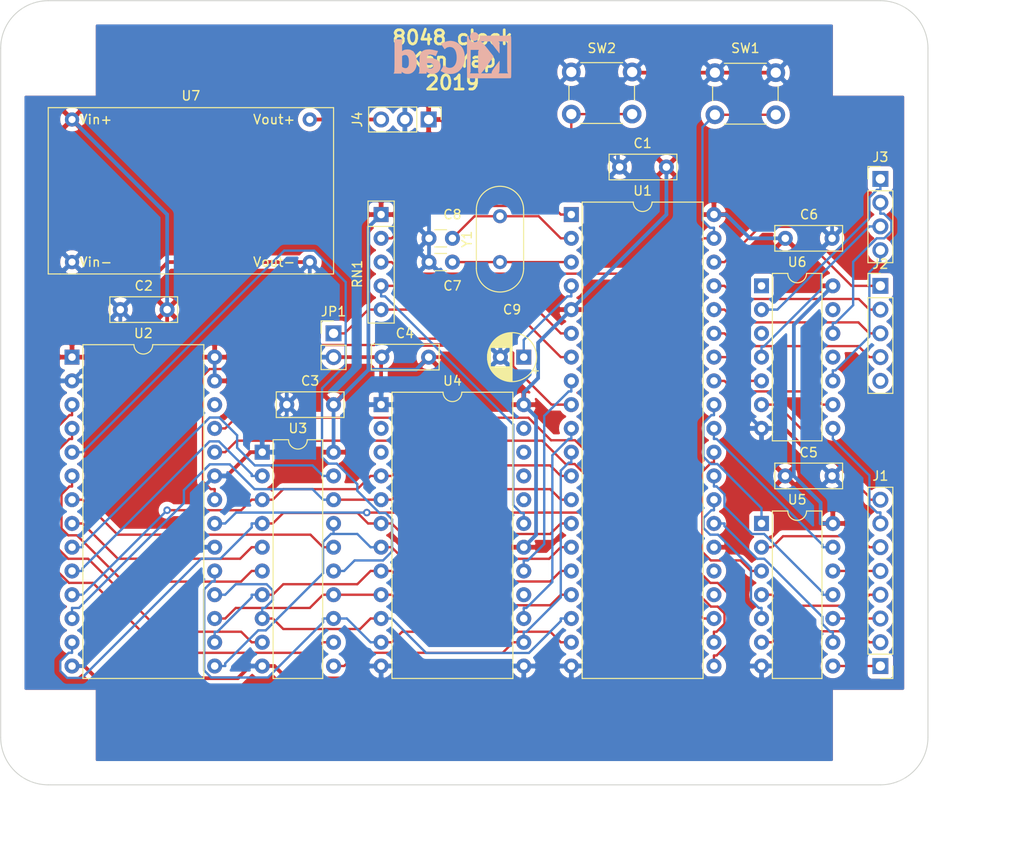
<source format=kicad_pcb>
(kicad_pcb (version 20171130) (host pcbnew 5.1.2-5.1.2)
  (title_block (title Clock) (date 2019-06-01) (rev 1))
  (layers (0 F.Cu signal) (31 B.Cu mixed) (34 B.Paste user hide) (35 F.Paste user hide) (36 B.SilkS user) (37 F.SilkS user) (38 B.Mask user) (39 F.Mask user) (44 Edge.Cuts user))
  (net 0 "")
  (net 1 GND)
  (net 2 +5V)
  (net 3 "Net-(J1-Pad1)")
  (net 4 "Net-(J1-Pad2)")
  (net 5 "Net-(J1-Pad3)")
  (net 6 "Net-(J1-Pad4)")
  (net 7 "Net-(J1-Pad5)")
  (net 8 "Net-(J1-Pad6)")
  (net 9 "Net-(J1-Pad7)")
  (net 10 "Net-(J1-Pad8)")
  (net 11 "Net-(J2-Pad1)")
  (net 12 "Net-(J2-Pad2)")
  (net 13 "Net-(J2-Pad3)")
  (net 14 "Net-(J2-Pad4)")
  (net 15 /15V)
  (net 16 /EA)
  (net 17 "Net-(RN1-Pad2)")
  (net 18 "Net-(RN1-Pad3)")
  (net 19 "Net-(RN1-Pad4)")
  (net 20 /A8)
  (net 21 /A9)
  (net 22 /A10)
  (net 23 "Net-(U1-Pad25)")
  (net 24 "Net-(U1-Pad27)")
  (net 25 "Net-(U1-Pad8)")
  (net 26 "Net-(U1-Pad28)")
  (net 27 "Net-(U1-Pad9)")
  (net 28 "Net-(U1-Pad29)")
  (net 29 "Net-(U1-Pad10)")
  (net 30 "Net-(U1-Pad30)")
  (net 31 "Net-(U1-Pad11)")
  (net 32 "Net-(U1-Pad31)")
  (net 33 /A0)
  (net 34 "Net-(U1-Pad32)")
  (net 35 /A1)
  (net 36 "Net-(U1-Pad33)")
  (net 37 /A2)
  (net 38 "Net-(U1-Pad34)")
  (net 39 /A3)
  (net 40 /A4)
  (net 41 /A5)
  (net 42 /A6)
  (net 43 /A7)
  (net 44 "Net-(U2-Pad3)")
  (net 45 "Net-(U2-Pad4)")
  (net 46 "Net-(U2-Pad5)")
  (net 47 "Net-(U2-Pad6)")
  (net 48 "Net-(U2-Pad7)")
  (net 49 "Net-(U2-Pad8)")
  (net 50 "Net-(U2-Pad9)")
  (net 51 "Net-(U2-Pad10)")
  (net 52 "Net-(U2-Pad26)")
  (net 53 "Net-(U4-Pad23)")
  (net 54 "Net-(C7-Pad1)")
  (net 55 "Net-(C8-Pad1)")
  (net 56 "Net-(C9-Pad1)")
  (net 57 "Net-(J2-Pad5)")
  (net 58 "Net-(J3-Pad4)")
  (net 59 "Net-(J3-Pad3)")
  (net 60 "Net-(J3-Pad2)")
  (net 61 "Net-(J3-Pad1)")
  (net 62 "Net-(U1-Pad24)")
  (net 63 "Net-(U6-Pad13)")
  (net 64 "Net-(U6-Pad11)")
  (net 65 "Net-(U6-Pad3)")
  (net 66 "Net-(U6-Pad1)")
  (module Symbol:KiCad-Logo_5mm_SilkScreen (layer B.Cu) (at 223.52 19.05 180)
    (fp_text reference K1 hide)
    (fp_text value KiCad-Logo_5mm_SilkScreen hide)
  )
  (module MountingHole:MountingHole_3.5mm (layer F.Cu) (at 269.24 91.44)
    (fp_text reference H4 hide)
    (fp_text value MountingHole_3.5mm)
    (pad 1 np_thru_hole circle (at 0 0) (size 3.5 3.5) (drill 3.5) (layers *.Cu *.Mask))
  )
  (module MountingHole:MountingHole_3.5mm (layer F.Cu) (at 180.34 91.44)
    (fp_text reference H3 hide)
    (fp_text value MountingHole_3.5mm)
    (pad 1 np_thru_hole circle (at 0 0) (size 3.5 3.5) (drill 3.5) (layers *.Cu *.Mask))
  )
  (module MountingHole:MountingHole_3.5mm (layer F.Cu) (at 269.24 17.78)
    (fp_text reference H2 hide)
    (fp_text value MountingHole_3.5mm)
    (pad 1 np_thru_hole circle (at 0 0) (size 3.5 3.5) (drill 3.5) (layers *.Cu *.Mask))
  )
  (module MountingHole:MountingHole_3.5mm (layer F.Cu) (at 180.34 17.78)
    (fp_text reference H1 hide)
    (fp_text value MountingHole_3.5mm)
    (pad 1 np_thru_hole circle (at 0 0) (size 3.5 3.5) (drill 3.5) (layers *.Cu *.Mask))
  )
  (module Crystal:Crystal_HC18-U_Vertical (layer F.Cu) (at 228.6 40.64 90)
    (fp_text reference Y1 (at 2.45 -3.525 90) (layer F.SilkS))
    (fp_text value 9.6MHz)
    (pad 2 thru_hole circle (at 4.9 0 90) (size 1.5 1.5) (drill 0.8) (layers *.Cu *.Mask) (net 55 "Net-(C8-Pad1)"))
    (pad 1 thru_hole circle (at 0 0 90) (size 1.5 1.5) (drill 0.8) (layers *.Cu *.Mask) (net 54 "Net-(C7-Pad1)"))
  )
  (module Connector_PinHeader_2.54mm:PinHeader_1x04_P2.54mm_Vertical (layer F.Cu) (at 269.24 31.75)
    (fp_text reference J3 (at 0 -2.33) (layer F.SilkS))
    (fp_text value Buffered)
    (pad 4 thru_hole oval (at 0 7.62) (size 1.7 1.7) (drill 1) (layers *.Cu *.Mask) (net 58 "Net-(J3-Pad4)"))
    (pad 3 thru_hole oval (at 0 5.08) (size 1.7 1.7) (drill 1) (layers *.Cu *.Mask) (net 59 "Net-(J3-Pad3)"))
    (pad 2 thru_hole oval (at 0 2.54) (size 1.7 1.7) (drill 1) (layers *.Cu *.Mask) (net 60 "Net-(J3-Pad2)"))
    (pad 1 thru_hole rect (at 0 0) (size 1.7 1.7) (drill 1) (layers *.Cu *.Mask) (net 61 "Net-(J3-Pad1)"))
  )
  (module Capacitor_THT:C_Disc_D3.0mm_W1.6mm_P2.50mm (layer F.Cu) (at 223.52 38.1 180)
    (fp_text reference C8 (at 0 2.54) (layer F.SilkS))
    (fp_text value 22pF)
    (pad 2 thru_hole circle (at 2.5 0 180) (size 1.6 1.6) (drill 0.8) (layers *.Cu *.Mask) (net 1 GND))
    (pad 1 thru_hole circle (at 0 0 180) (size 1.6 1.6) (drill 0.8) (layers *.Cu *.Mask) (net 55 "Net-(C8-Pad1)"))
  )
  (module Capacitor_THT:C_Disc_D3.0mm_W1.6mm_P2.50mm (layer F.Cu) (at 223.52 40.64 180)
    (fp_text reference C7 (at 0 -2.54) (layer F.SilkS))
    (fp_text value 22pF)
    (pad 2 thru_hole circle (at 2.5 0 180) (size 1.6 1.6) (drill 0.8) (layers *.Cu *.Mask) (net 1 GND))
    (pad 1 thru_hole circle (at 0 0 180) (size 1.6 1.6) (drill 0.8) (layers *.Cu *.Mask) (net 54 "Net-(C7-Pad1)"))
  )
  (module Connector_PinHeader_2.54mm:PinHeader_1x05_P2.54mm_Vertical (layer F.Cu) (at 269.24 43.18)
    (fp_text reference J2 (at 0 -2.33) (layer F.SilkS))
    (fp_text value Digits)
    (pad 5 thru_hole oval (at 0 10.16) (size 1.7 1.7) (drill 1) (layers *.Cu *.Mask) (net 57 "Net-(J2-Pad5)"))
    (pad 4 thru_hole oval (at 0 7.62) (size 1.7 1.7) (drill 1) (layers *.Cu *.Mask) (net 14 "Net-(J2-Pad4)"))
    (pad 3 thru_hole oval (at 0 5.08) (size 1.7 1.7) (drill 1) (layers *.Cu *.Mask) (net 13 "Net-(J2-Pad3)"))
    (pad 2 thru_hole oval (at 0 2.54) (size 1.7 1.7) (drill 1) (layers *.Cu *.Mask) (net 12 "Net-(J2-Pad2)"))
    (pad 1 thru_hole rect (at 0 0) (size 1.7 1.7) (drill 1) (layers *.Cu *.Mask) (net 11 "Net-(J2-Pad1)"))
  )
  (module Ken:Daughterboard_30.48x17.78_25.40x15.24 (layer F.Cu) (at 195.58 33.02)
    (fp_text reference U7 (at 0 -10.16) (layer F.SilkS))
    (fp_text value Converter)
    (fp_text user Vout- (at 8.89 7.62) (layer F.SilkS))
    (fp_text user Vout+ (at 8.89 -7.62) (layer F.SilkS))
    (fp_text user Vin+ (at -10.16 -7.62) (layer F.SilkS))
    (fp_text user Vin- (at -10.16 7.62) (layer F.SilkS))
    (pad 3 thru_hole circle (at 12.7 7.62) (size 1.524 1.524) (drill 0.762) (layers *.Cu *.Mask) (net 1 GND))
    (pad 1 thru_hole circle (at -12.7 7.62) (size 1.524 1.524) (drill 0.762) (layers *.Cu *.Mask) (net 1 GND))
    (pad 4 thru_hole circle (at 12.7 -7.62) (size 1.524 1.524) (drill 0.762) (layers *.Cu *.Mask) (net 15 /15V))
    (pad 2 thru_hole circle (at -12.7 -7.62) (size 1.524 1.524) (drill 0.762) (layers *.Cu *.Mask) (net 2 +5V))
  )
  (module Capacitor_THT:C_Rect_L7.0mm_W2.5mm_P5.00mm (layer F.Cu) (at 259.08 38.1)
    (fp_text reference C6 (at 2.54 -2.54) (layer F.SilkS))
    (fp_text value 0.1µF)
    (pad 2 thru_hole circle (at 5 0) (size 1.6 1.6) (drill 0.8) (layers *.Cu *.Mask) (net 1 GND))
    (pad 1 thru_hole circle (at 0 0) (size 1.6 1.6) (drill 0.8) (layers *.Cu *.Mask) (net 2 +5V))
  )
  (module Capacitor_THT:C_Rect_L7.0mm_W2.5mm_P5.00mm (layer F.Cu) (at 259.08 63.5)
    (fp_text reference C5 (at 2.5 -2.5) (layer F.SilkS))
    (fp_text value 0.1µF)
    (pad 2 thru_hole circle (at 5 0) (size 1.6 1.6) (drill 0.8) (layers *.Cu *.Mask) (net 1 GND))
    (pad 1 thru_hole circle (at 0 0) (size 1.6 1.6) (drill 0.8) (layers *.Cu *.Mask) (net 2 +5V))
  )
  (module Capacitor_THT:C_Rect_L7.0mm_W2.5mm_P5.00mm (layer F.Cu) (at 220.98 50.8 180)
    (fp_text reference C4 (at 2.54 2.54 180) (layer F.SilkS))
    (fp_text value 0.1µF)
    (pad 2 thru_hole circle (at 5 0 180) (size 1.6 1.6) (drill 0.8) (layers *.Cu *.Mask) (net 1 GND))
    (pad 1 thru_hole circle (at 0 0 180) (size 1.6 1.6) (drill 0.8) (layers *.Cu *.Mask) (net 2 +5V))
  )
  (module Capacitor_THT:C_Rect_L7.0mm_W2.5mm_P5.00mm (layer F.Cu) (at 210.82 55.88 180)
    (fp_text reference C3 (at 2.5 2.54 180) (layer F.SilkS))
    (fp_text value 0.1µF)
    (pad 2 thru_hole circle (at 5 0 180) (size 1.6 1.6) (drill 0.8) (layers *.Cu *.Mask) (net 1 GND))
    (pad 1 thru_hole circle (at 0 0 180) (size 1.6 1.6) (drill 0.8) (layers *.Cu *.Mask) (net 2 +5V))
  )
  (module Capacitor_THT:C_Rect_L7.0mm_W2.5mm_P5.00mm (layer F.Cu) (at 246.38 30.48 180)
    (fp_text reference C1 (at 2.54 2.54 180) (layer F.SilkS))
    (fp_text value 0.1µF)
    (pad 2 thru_hole circle (at 5 0 180) (size 1.6 1.6) (drill 0.8) (layers *.Cu *.Mask) (net 1 GND))
    (pad 1 thru_hole circle (at 0 0 180) (size 1.6 1.6) (drill 0.8) (layers *.Cu *.Mask) (net 2 +5V))
  )
  (module Capacitor_THT:C_Rect_L7.0mm_W2.5mm_P5.00mm (layer F.Cu) (at 193.04 45.72 180)
    (fp_text reference C2 (at 2.5 2.54 180) (layer F.SilkS))
    (fp_text value 0.1µF)
    (pad 2 thru_hole circle (at 5 0 180) (size 1.6 1.6) (drill 0.8) (layers *.Cu *.Mask) (net 1 GND))
    (pad 1 thru_hole circle (at 0 0 180) (size 1.6 1.6) (drill 0.8) (layers *.Cu *.Mask) (net 2 +5V))
  )
  (module Capacitor_THT:CP_Radial_D5.0mm_P2.50mm (layer F.Cu) (at 231.14 50.8 180)
    (fp_text reference C9 (at 1.25 5.08 180) (layer F.SilkS))
    (fp_text value 1µF)
    (pad 2 thru_hole circle (at 2.5 0 180) (size 1.6 1.6) (drill 0.8) (layers *.Cu *.Mask) (net 1 GND))
    (pad 1 thru_hole rect (at 0 0 180) (size 1.6 1.6) (drill 0.8) (layers *.Cu *.Mask) (net 56 "Net-(C9-Pad1)"))
  )
  (module Connector_PinHeader_2.54mm:PinHeader_1x08_P2.54mm_Vertical (layer F.Cu) (at 269.24 83.82 180)
    (fp_text reference J1 (at 0 20.32 180) (layer F.SilkS))
    (fp_text value Segments)
    (pad 8 thru_hole oval (at 0 17.78 180) (size 1.7 1.7) (drill 1) (layers *.Cu *.Mask) (net 10 "Net-(J1-Pad8)"))
    (pad 7 thru_hole oval (at 0 15.24 180) (size 1.7 1.7) (drill 1) (layers *.Cu *.Mask) (net 9 "Net-(J1-Pad7)"))
    (pad 6 thru_hole oval (at 0 12.7 180) (size 1.7 1.7) (drill 1) (layers *.Cu *.Mask) (net 8 "Net-(J1-Pad6)"))
    (pad 5 thru_hole oval (at 0 10.16 180) (size 1.7 1.7) (drill 1) (layers *.Cu *.Mask) (net 7 "Net-(J1-Pad5)"))
    (pad 4 thru_hole oval (at 0 7.62 180) (size 1.7 1.7) (drill 1) (layers *.Cu *.Mask) (net 6 "Net-(J1-Pad4)"))
    (pad 3 thru_hole oval (at 0 5.08 180) (size 1.7 1.7) (drill 1) (layers *.Cu *.Mask) (net 5 "Net-(J1-Pad3)"))
    (pad 2 thru_hole oval (at 0 2.54 180) (size 1.7 1.7) (drill 1) (layers *.Cu *.Mask) (net 4 "Net-(J1-Pad2)"))
    (pad 1 thru_hole rect (at 0 0 180) (size 1.7 1.7) (drill 1) (layers *.Cu *.Mask) (net 3 "Net-(J1-Pad1)"))
  )
  (module Connector_PinHeader_2.54mm:PinHeader_1x03_P2.54mm_Vertical (layer F.Cu) (at 220.98 25.4 270)
    (fp_text reference J4 (at 0 7.62 270) (layer F.SilkS))
    (fp_text value Power)
    (pad 3 thru_hole oval (at 0 5.08 270) (size 1.7 1.7) (drill 1) (layers *.Cu *.Mask) (net 15 /15V))
    (pad 2 thru_hole oval (at 0 2.54 270) (size 1.7 1.7) (drill 1) (layers *.Cu *.Mask) (net 1 GND))
    (pad 1 thru_hole rect (at 0 0 270) (size 1.7 1.7) (drill 1) (layers *.Cu *.Mask) (net 2 +5V))
  )
  (module Connector_PinHeader_2.54mm:PinHeader_1x02_P2.54mm_Vertical (layer F.Cu) (at 210.82 48.26)
    (fp_text reference JP1 (at 0 -2.33) (layer F.SilkS))
    (fp_text value EA)
    (pad 2 thru_hole oval (at 0 2.54) (size 1.7 1.7) (drill 1) (layers *.Cu *.Mask) (net 1 GND))
    (pad 1 thru_hole rect (at 0 0) (size 1.7 1.7) (drill 1) (layers *.Cu *.Mask) (net 16 /EA))
  )
  (module Resistor_THT:R_Array_SIP5 (layer F.Cu) (at 215.9 35.56 270)
    (fp_text reference RN1 (at 6.35 2.54 270) (layer F.SilkS))
    (fp_text value 22k)
    (pad 5 thru_hole oval (at 10.16 0 270) (size 1.6 1.6) (drill 0.8) (layers *.Cu *.Mask) (net 16 /EA))
    (pad 4 thru_hole oval (at 7.62 0 270) (size 1.6 1.6) (drill 0.8) (layers *.Cu *.Mask) (net 19 "Net-(RN1-Pad4)"))
    (pad 3 thru_hole oval (at 5.08 0 270) (size 1.6 1.6) (drill 0.8) (layers *.Cu *.Mask) (net 18 "Net-(RN1-Pad3)"))
    (pad 2 thru_hole oval (at 2.54 0 270) (size 1.6 1.6) (drill 0.8) (layers *.Cu *.Mask) (net 17 "Net-(RN1-Pad2)"))
    (pad 1 thru_hole rect (at 0 0 270) (size 1.6 1.6) (drill 0.8) (layers *.Cu *.Mask) (net 2 +5V))
  )
  (module Button_Switch_THT:SW_PUSH_6mm (layer F.Cu) (at 258.064 24.892 180)
    (fp_text reference SW1 (at 3.25 7.112 180) (layer F.SilkS))
    (fp_text value Hour)
    (pad 1 thru_hole circle (at 6.5 0 270) (size 2 2) (drill 1.1) (layers *.Cu *.Mask) (net 18 "Net-(RN1-Pad3)"))
    (pad 2 thru_hole circle (at 6.5 4.5 270) (size 2 2) (drill 1.1) (layers *.Cu *.Mask) (net 1 GND))
    (pad 1 thru_hole circle (at 0 0 270) (size 2 2) (drill 1.1) (layers *.Cu *.Mask) (net 18 "Net-(RN1-Pad3)"))
    (pad 2 thru_hole circle (at 0 4.5 270) (size 2 2) (drill 1.1) (layers *.Cu *.Mask) (net 1 GND))
  )
  (module Button_Switch_THT:SW_PUSH_6mm (layer F.Cu) (at 236.22 20.32)
    (fp_text reference SW2 (at 3.25 -2.54) (layer F.SilkS))
    (fp_text value Min)
    (pad 1 thru_hole circle (at 6.5 0 90) (size 2 2) (drill 1.1) (layers *.Cu *.Mask) (net 1 GND))
    (pad 2 thru_hole circle (at 6.5 4.5 90) (size 2 2) (drill 1.1) (layers *.Cu *.Mask) (net 17 "Net-(RN1-Pad2)"))
    (pad 1 thru_hole circle (at 0 0 90) (size 2 2) (drill 1.1) (layers *.Cu *.Mask) (net 1 GND))
    (pad 2 thru_hole circle (at 0 4.5 90) (size 2 2) (drill 1.1) (layers *.Cu *.Mask) (net 17 "Net-(RN1-Pad2)"))
  )
  (module Package_DIP:DIP-40_W15.24mm (layer F.Cu) (at 236.22 35.56)
    (fp_text reference U1 (at 7.62 -2.54) (layer F.SilkS))
    (fp_text value 8048)
    (pad 40 thru_hole oval (at 15.24 0) (size 1.6 1.6) (drill 0.8) (layers *.Cu *.Mask) (net 2 +5V))
    (pad 20 thru_hole oval (at 0 48.26) (size 1.6 1.6) (drill 0.8) (layers *.Cu *.Mask) (net 1 GND))
    (pad 39 thru_hole oval (at 15.24 2.54) (size 1.6 1.6) (drill 0.8) (layers *.Cu *.Mask) (net 18 "Net-(RN1-Pad3)"))
    (pad 19 thru_hole oval (at 0 45.72) (size 1.6 1.6) (drill 0.8) (layers *.Cu *.Mask) (net 43 /A7))
    (pad 38 thru_hole oval (at 15.24 5.08) (size 1.6 1.6) (drill 0.8) (layers *.Cu *.Mask) (net 11 "Net-(J2-Pad1)"))
    (pad 18 thru_hole oval (at 0 43.18) (size 1.6 1.6) (drill 0.8) (layers *.Cu *.Mask) (net 42 /A6))
    (pad 37 thru_hole oval (at 15.24 7.62) (size 1.6 1.6) (drill 0.8) (layers *.Cu *.Mask) (net 12 "Net-(J2-Pad2)"))
    (pad 17 thru_hole oval (at 0 40.64) (size 1.6 1.6) (drill 0.8) (layers *.Cu *.Mask) (net 41 /A5))
    (pad 36 thru_hole oval (at 15.24 10.16) (size 1.6 1.6) (drill 0.8) (layers *.Cu *.Mask) (net 13 "Net-(J2-Pad3)"))
    (pad 16 thru_hole oval (at 0 38.1) (size 1.6 1.6) (drill 0.8) (layers *.Cu *.Mask) (net 40 /A4))
    (pad 35 thru_hole oval (at 15.24 12.7) (size 1.6 1.6) (drill 0.8) (layers *.Cu *.Mask) (net 14 "Net-(J2-Pad4)"))
    (pad 15 thru_hole oval (at 0 35.56) (size 1.6 1.6) (drill 0.8) (layers *.Cu *.Mask) (net 39 /A3))
    (pad 34 thru_hole oval (at 15.24 15.24) (size 1.6 1.6) (drill 0.8) (layers *.Cu *.Mask) (net 38 "Net-(U1-Pad34)"))
    (pad 14 thru_hole oval (at 0 33.02) (size 1.6 1.6) (drill 0.8) (layers *.Cu *.Mask) (net 37 /A2))
    (pad 33 thru_hole oval (at 15.24 17.78) (size 1.6 1.6) (drill 0.8) (layers *.Cu *.Mask) (net 36 "Net-(U1-Pad33)"))
    (pad 13 thru_hole oval (at 0 30.48) (size 1.6 1.6) (drill 0.8) (layers *.Cu *.Mask) (net 35 /A1))
    (pad 32 thru_hole oval (at 15.24 20.32) (size 1.6 1.6) (drill 0.8) (layers *.Cu *.Mask) (net 34 "Net-(U1-Pad32)"))
    (pad 12 thru_hole oval (at 0 27.94) (size 1.6 1.6) (drill 0.8) (layers *.Cu *.Mask) (net 33 /A0))
    (pad 31 thru_hole oval (at 15.24 22.86) (size 1.6 1.6) (drill 0.8) (layers *.Cu *.Mask) (net 32 "Net-(U1-Pad31)"))
    (pad 11 thru_hole oval (at 0 25.4) (size 1.6 1.6) (drill 0.8) (layers *.Cu *.Mask) (net 31 "Net-(U1-Pad11)"))
    (pad 30 thru_hole oval (at 15.24 25.4) (size 1.6 1.6) (drill 0.8) (layers *.Cu *.Mask) (net 30 "Net-(U1-Pad30)"))
    (pad 10 thru_hole oval (at 0 22.86) (size 1.6 1.6) (drill 0.8) (layers *.Cu *.Mask) (net 29 "Net-(U1-Pad10)"))
    (pad 29 thru_hole oval (at 15.24 27.94) (size 1.6 1.6) (drill 0.8) (layers *.Cu *.Mask) (net 28 "Net-(U1-Pad29)"))
    (pad 9 thru_hole oval (at 0 20.32) (size 1.6 1.6) (drill 0.8) (layers *.Cu *.Mask) (net 27 "Net-(U1-Pad9)"))
    (pad 28 thru_hole oval (at 15.24 30.48) (size 1.6 1.6) (drill 0.8) (layers *.Cu *.Mask) (net 26 "Net-(U1-Pad28)"))
    (pad 8 thru_hole oval (at 0 17.78) (size 1.6 1.6) (drill 0.8) (layers *.Cu *.Mask) (net 25 "Net-(U1-Pad8)"))
    (pad 27 thru_hole oval (at 15.24 33.02) (size 1.6 1.6) (drill 0.8) (layers *.Cu *.Mask) (net 24 "Net-(U1-Pad27)"))
    (pad 7 thru_hole oval (at 0 15.24) (size 1.6 1.6) (drill 0.8) (layers *.Cu *.Mask) (net 16 /EA))
    (pad 26 thru_hole oval (at 15.24 35.56) (size 1.6 1.6) (drill 0.8) (layers *.Cu *.Mask) (net 2 +5V))
    (pad 6 thru_hole oval (at 0 12.7) (size 1.6 1.6) (drill 0.8) (layers *.Cu *.Mask) (net 19 "Net-(RN1-Pad4)"))
    (pad 25 thru_hole oval (at 15.24 38.1) (size 1.6 1.6) (drill 0.8) (layers *.Cu *.Mask) (net 23 "Net-(U1-Pad25)"))
    (pad 5 thru_hole oval (at 0 10.16) (size 1.6 1.6) (drill 0.8) (layers *.Cu *.Mask) (net 2 +5V))
    (pad 24 thru_hole oval (at 15.24 40.64) (size 1.6 1.6) (drill 0.8) (layers *.Cu *.Mask) (net 62 "Net-(U1-Pad24)"))
    (pad 4 thru_hole oval (at 0 7.62) (size 1.6 1.6) (drill 0.8) (layers *.Cu *.Mask) (net 56 "Net-(C9-Pad1)"))
    (pad 23 thru_hole oval (at 15.24 43.18) (size 1.6 1.6) (drill 0.8) (layers *.Cu *.Mask) (net 22 /A10))
    (pad 3 thru_hole oval (at 0 5.08) (size 1.6 1.6) (drill 0.8) (layers *.Cu *.Mask) (net 54 "Net-(C7-Pad1)"))
    (pad 22 thru_hole oval (at 15.24 45.72) (size 1.6 1.6) (drill 0.8) (layers *.Cu *.Mask) (net 21 /A9))
    (pad 2 thru_hole oval (at 0 2.54) (size 1.6 1.6) (drill 0.8) (layers *.Cu *.Mask) (net 55 "Net-(C8-Pad1)"))
    (pad 21 thru_hole oval (at 15.24 48.26) (size 1.6 1.6) (drill 0.8) (layers *.Cu *.Mask) (net 20 /A8))
    (pad 1 thru_hole rect (at 0 0) (size 1.6 1.6) (drill 0.8) (layers *.Cu *.Mask) (net 17 "Net-(RN1-Pad2)"))
  )
  (module Package_DIP:DIP-28_W15.24mm (layer F.Cu) (at 182.88 50.8)
    (fp_text reference U2 (at 7.62 -2.54) (layer F.SilkS))
    (fp_text value 2764)
    (pad 28 thru_hole oval (at 15.24 0) (size 1.6 1.6) (drill 0.8) (layers *.Cu *.Mask) (net 2 +5V))
    (pad 14 thru_hole oval (at 0 33.02) (size 1.6 1.6) (drill 0.8) (layers *.Cu *.Mask) (net 1 GND))
    (pad 27 thru_hole oval (at 15.24 2.54) (size 1.6 1.6) (drill 0.8) (layers *.Cu *.Mask) (net 2 +5V))
    (pad 13 thru_hole oval (at 0 30.48) (size 1.6 1.6) (drill 0.8) (layers *.Cu *.Mask) (net 37 /A2))
    (pad 26 thru_hole oval (at 15.24 5.08) (size 1.6 1.6) (drill 0.8) (layers *.Cu *.Mask) (net 52 "Net-(U2-Pad26)"))
    (pad 12 thru_hole oval (at 0 27.94) (size 1.6 1.6) (drill 0.8) (layers *.Cu *.Mask) (net 35 /A1))
    (pad 25 thru_hole oval (at 15.24 7.62) (size 1.6 1.6) (drill 0.8) (layers *.Cu *.Mask) (net 20 /A8))
    (pad 11 thru_hole oval (at 0 25.4) (size 1.6 1.6) (drill 0.8) (layers *.Cu *.Mask) (net 33 /A0))
    (pad 24 thru_hole oval (at 15.24 10.16) (size 1.6 1.6) (drill 0.8) (layers *.Cu *.Mask) (net 21 /A9))
    (pad 10 thru_hole oval (at 0 22.86) (size 1.6 1.6) (drill 0.8) (layers *.Cu *.Mask) (net 51 "Net-(U2-Pad10)"))
    (pad 23 thru_hole oval (at 15.24 12.7) (size 1.6 1.6) (drill 0.8) (layers *.Cu *.Mask) (net 1 GND))
    (pad 9 thru_hole oval (at 0 20.32) (size 1.6 1.6) (drill 0.8) (layers *.Cu *.Mask) (net 50 "Net-(U2-Pad9)"))
    (pad 22 thru_hole oval (at 15.24 15.24) (size 1.6 1.6) (drill 0.8) (layers *.Cu *.Mask) (net 27 "Net-(U1-Pad9)"))
    (pad 8 thru_hole oval (at 0 17.78) (size 1.6 1.6) (drill 0.8) (layers *.Cu *.Mask) (net 49 "Net-(U2-Pad8)"))
    (pad 21 thru_hole oval (at 15.24 17.78) (size 1.6 1.6) (drill 0.8) (layers *.Cu *.Mask) (net 22 /A10))
    (pad 7 thru_hole oval (at 0 15.24) (size 1.6 1.6) (drill 0.8) (layers *.Cu *.Mask) (net 48 "Net-(U2-Pad7)"))
    (pad 20 thru_hole oval (at 15.24 20.32) (size 1.6 1.6) (drill 0.8) (layers *.Cu *.Mask) (net 1 GND))
    (pad 6 thru_hole oval (at 0 12.7) (size 1.6 1.6) (drill 0.8) (layers *.Cu *.Mask) (net 47 "Net-(U2-Pad6)"))
    (pad 19 thru_hole oval (at 15.24 22.86) (size 1.6 1.6) (drill 0.8) (layers *.Cu *.Mask) (net 43 /A7))
    (pad 5 thru_hole oval (at 0 10.16) (size 1.6 1.6) (drill 0.8) (layers *.Cu *.Mask) (net 46 "Net-(U2-Pad5)"))
    (pad 18 thru_hole oval (at 15.24 25.4) (size 1.6 1.6) (drill 0.8) (layers *.Cu *.Mask) (net 42 /A6))
    (pad 4 thru_hole oval (at 0 7.62) (size 1.6 1.6) (drill 0.8) (layers *.Cu *.Mask) (net 45 "Net-(U2-Pad4)"))
    (pad 17 thru_hole oval (at 15.24 27.94) (size 1.6 1.6) (drill 0.8) (layers *.Cu *.Mask) (net 41 /A5))
    (pad 3 thru_hole oval (at 0 5.08) (size 1.6 1.6) (drill 0.8) (layers *.Cu *.Mask) (net 44 "Net-(U2-Pad3)"))
    (pad 16 thru_hole oval (at 15.24 30.48) (size 1.6 1.6) (drill 0.8) (layers *.Cu *.Mask) (net 40 /A4))
    (pad 2 thru_hole oval (at 0 2.54) (size 1.6 1.6) (drill 0.8) (layers *.Cu *.Mask) (net 1 GND))
    (pad 15 thru_hole oval (at 15.24 33.02) (size 1.6 1.6) (drill 0.8) (layers *.Cu *.Mask) (net 39 /A3))
    (pad 1 thru_hole rect (at 0 0) (size 1.6 1.6) (drill 0.8) (layers *.Cu *.Mask) (net 2 +5V))
  )
  (module Package_DIP:DIP-20_W7.62mm (layer F.Cu) (at 203.2 60.96)
    (fp_text reference U3 (at 3.81 -2.54) (layer F.SilkS))
    (fp_text value 74LS373)
    (pad 20 thru_hole oval (at 7.62 0) (size 1.6 1.6) (drill 0.8) (layers *.Cu *.Mask) (net 2 +5V))
    (pad 10 thru_hole oval (at 0 22.86) (size 1.6 1.6) (drill 0.8) (layers *.Cu *.Mask) (net 1 GND))
    (pad 19 thru_hole oval (at 7.62 2.54) (size 1.6 1.6) (drill 0.8) (layers *.Cu *.Mask) (net 50 "Net-(U2-Pad9)"))
    (pad 9 thru_hole oval (at 0 20.32) (size 1.6 1.6) (drill 0.8) (layers *.Cu *.Mask) (net 45 "Net-(U2-Pad4)"))
    (pad 18 thru_hole oval (at 7.62 5.08) (size 1.6 1.6) (drill 0.8) (layers *.Cu *.Mask) (net 35 /A1))
    (pad 8 thru_hole oval (at 0 17.78) (size 1.6 1.6) (drill 0.8) (layers *.Cu *.Mask) (net 42 /A6))
    (pad 17 thru_hole oval (at 7.62 7.62) (size 1.6 1.6) (drill 0.8) (layers *.Cu *.Mask) (net 39 /A3))
    (pad 7 thru_hole oval (at 0 15.24) (size 1.6 1.6) (drill 0.8) (layers *.Cu *.Mask) (net 40 /A4))
    (pad 16 thru_hole oval (at 7.62 10.16) (size 1.6 1.6) (drill 0.8) (layers *.Cu *.Mask) (net 48 "Net-(U2-Pad7)"))
    (pad 6 thru_hole oval (at 0 12.7) (size 1.6 1.6) (drill 0.8) (layers *.Cu *.Mask) (net 47 "Net-(U2-Pad6)"))
    (pad 15 thru_hole oval (at 7.62 12.7) (size 1.6 1.6) (drill 0.8) (layers *.Cu *.Mask) (net 46 "Net-(U2-Pad5)"))
    (pad 5 thru_hole oval (at 0 10.16) (size 1.6 1.6) (drill 0.8) (layers *.Cu *.Mask) (net 49 "Net-(U2-Pad8)"))
    (pad 14 thru_hole oval (at 7.62 15.24) (size 1.6 1.6) (drill 0.8) (layers *.Cu *.Mask) (net 41 /A5))
    (pad 4 thru_hole oval (at 0 7.62) (size 1.6 1.6) (drill 0.8) (layers *.Cu *.Mask) (net 37 /A2))
    (pad 13 thru_hole oval (at 7.62 17.78) (size 1.6 1.6) (drill 0.8) (layers *.Cu *.Mask) (net 43 /A7))
    (pad 3 thru_hole oval (at 0 5.08) (size 1.6 1.6) (drill 0.8) (layers *.Cu *.Mask) (net 33 /A0))
    (pad 12 thru_hole oval (at 7.62 20.32) (size 1.6 1.6) (drill 0.8) (layers *.Cu *.Mask) (net 44 "Net-(U2-Pad3)"))
    (pad 2 thru_hole oval (at 0 2.54) (size 1.6 1.6) (drill 0.8) (layers *.Cu *.Mask) (net 51 "Net-(U2-Pad10)"))
    (pad 11 thru_hole oval (at 7.62 22.86) (size 1.6 1.6) (drill 0.8) (layers *.Cu *.Mask) (net 31 "Net-(U1-Pad11)"))
    (pad 1 thru_hole rect (at 0 0) (size 1.6 1.6) (drill 0.8) (layers *.Cu *.Mask) (net 1 GND))
  )
  (module Package_DIP:DIP-24_W15.24mm (layer F.Cu) (at 215.9 55.88)
    (fp_text reference U4 (at 7.62 -2.54) (layer F.SilkS))
    (fp_text value DS1287)
    (pad 24 thru_hole oval (at 15.24 0) (size 1.6 1.6) (drill 0.8) (layers *.Cu *.Mask) (net 2 +5V))
    (pad 12 thru_hole oval (at 0 27.94) (size 1.6 1.6) (drill 0.8) (layers *.Cu *.Mask) (net 1 GND))
    (pad 23 thru_hole oval (at 15.24 2.54) (size 1.6 1.6) (drill 0.8) (layers *.Cu *.Mask) (net 53 "Net-(U4-Pad23)"))
    (pad 11 thru_hole oval (at 0 25.4) (size 1.6 1.6) (drill 0.8) (layers *.Cu *.Mask) (net 43 /A7))
    (pad 22 thru_hole oval (at 15.24 5.08) (size 1.6 1.6) (drill 0.8) (layers *.Cu *.Mask))
    (pad 10 thru_hole oval (at 0 22.86) (size 1.6 1.6) (drill 0.8) (layers *.Cu *.Mask) (net 42 /A6))
    (pad 21 thru_hole oval (at 15.24 7.62) (size 1.6 1.6) (drill 0.8) (layers *.Cu *.Mask))
    (pad 9 thru_hole oval (at 0 20.32) (size 1.6 1.6) (drill 0.8) (layers *.Cu *.Mask) (net 41 /A5))
    (pad 20 thru_hole oval (at 15.24 10.16) (size 1.6 1.6) (drill 0.8) (layers *.Cu *.Mask))
    (pad 8 thru_hole oval (at 0 17.78) (size 1.6 1.6) (drill 0.8) (layers *.Cu *.Mask) (net 40 /A4))
    (pad 19 thru_hole oval (at 15.24 12.7) (size 1.6 1.6) (drill 0.8) (layers *.Cu *.Mask) (net 19 "Net-(RN1-Pad4)"))
    (pad 7 thru_hole oval (at 0 15.24) (size 1.6 1.6) (drill 0.8) (layers *.Cu *.Mask) (net 39 /A3))
    (pad 18 thru_hole oval (at 15.24 15.24) (size 1.6 1.6) (drill 0.8) (layers *.Cu *.Mask) (net 2 +5V))
    (pad 6 thru_hole oval (at 0 12.7) (size 1.6 1.6) (drill 0.8) (layers *.Cu *.Mask) (net 37 /A2))
    (pad 17 thru_hole oval (at 15.24 17.78) (size 1.6 1.6) (drill 0.8) (layers *.Cu *.Mask) (net 25 "Net-(U1-Pad8)"))
    (pad 5 thru_hole oval (at 0 10.16) (size 1.6 1.6) (drill 0.8) (layers *.Cu *.Mask) (net 35 /A1))
    (pad 16 thru_hole oval (at 15.24 20.32) (size 1.6 1.6) (drill 0.8) (layers *.Cu *.Mask))
    (pad 4 thru_hole oval (at 0 7.62) (size 1.6 1.6) (drill 0.8) (layers *.Cu *.Mask) (net 33 /A0))
    (pad 15 thru_hole oval (at 15.24 22.86) (size 1.6 1.6) (drill 0.8) (layers *.Cu *.Mask) (net 29 "Net-(U1-Pad10)"))
    (pad 3 thru_hole oval (at 0 5.08) (size 1.6 1.6) (drill 0.8) (layers *.Cu *.Mask))
    (pad 14 thru_hole oval (at 15.24 25.4) (size 1.6 1.6) (drill 0.8) (layers *.Cu *.Mask) (net 31 "Net-(U1-Pad11)"))
    (pad 2 thru_hole oval (at 0 2.54) (size 1.6 1.6) (drill 0.8) (layers *.Cu *.Mask))
    (pad 13 thru_hole oval (at 15.24 27.94) (size 1.6 1.6) (drill 0.8) (layers *.Cu *.Mask) (net 1 GND))
    (pad 1 thru_hole rect (at 0 0) (size 1.6 1.6) (drill 0.8) (layers *.Cu *.Mask) (net 1 GND))
  )
  (module Package_DIP:DIP-14_W7.62mm (layer F.Cu) (at 256.54 68.58)
    (fp_text reference U5 (at 3.81 -2.54) (layer F.SilkS))
    (fp_text value 74LS06)
    (pad 14 thru_hole oval (at 7.62 0) (size 1.6 1.6) (drill 0.8) (layers *.Cu *.Mask) (net 2 +5V))
    (pad 7 thru_hole oval (at 0 15.24) (size 1.6 1.6) (drill 0.8) (layers *.Cu *.Mask) (net 1 GND))
    (pad 13 thru_hole oval (at 7.62 2.54) (size 1.6 1.6) (drill 0.8) (layers *.Cu *.Mask) (net 32 "Net-(U1-Pad31)"))
    (pad 6 thru_hole oval (at 0 12.7) (size 1.6 1.6) (drill 0.8) (layers *.Cu *.Mask) (net 4 "Net-(J1-Pad2)"))
    (pad 12 thru_hole oval (at 7.62 5.08) (size 1.6 1.6) (drill 0.8) (layers *.Cu *.Mask) (net 7 "Net-(J1-Pad5)"))
    (pad 5 thru_hole oval (at 0 10.16) (size 1.6 1.6) (drill 0.8) (layers *.Cu *.Mask) (net 26 "Net-(U1-Pad28)"))
    (pad 11 thru_hole oval (at 7.62 7.62) (size 1.6 1.6) (drill 0.8) (layers *.Cu *.Mask) (net 28 "Net-(U1-Pad29)"))
    (pad 4 thru_hole oval (at 0 7.62) (size 1.6 1.6) (drill 0.8) (layers *.Cu *.Mask) (net 6 "Net-(J1-Pad4)"))
    (pad 10 thru_hole oval (at 7.62 10.16) (size 1.6 1.6) (drill 0.8) (layers *.Cu *.Mask) (net 5 "Net-(J1-Pad3)"))
    (pad 3 thru_hole oval (at 0 5.08) (size 1.6 1.6) (drill 0.8) (layers *.Cu *.Mask) (net 30 "Net-(U1-Pad30)"))
    (pad 9 thru_hole oval (at 7.62 12.7) (size 1.6 1.6) (drill 0.8) (layers *.Cu *.Mask) (net 24 "Net-(U1-Pad27)"))
    (pad 2 thru_hole oval (at 0 2.54) (size 1.6 1.6) (drill 0.8) (layers *.Cu *.Mask) (net 8 "Net-(J1-Pad6)"))
    (pad 8 thru_hole oval (at 7.62 15.24) (size 1.6 1.6) (drill 0.8) (layers *.Cu *.Mask) (net 3 "Net-(J1-Pad1)"))
    (pad 1 thru_hole rect (at 0 0) (size 1.6 1.6) (drill 0.8) (layers *.Cu *.Mask) (net 34 "Net-(U1-Pad32)"))
  )
  (module Package_DIP:DIP-14_W7.62mm (layer F.Cu) (at 256.54 43.18)
    (fp_text reference U6 (at 3.81 -2.54) (layer F.SilkS))
    (fp_text value 74LS06)
    (pad 14 thru_hole oval (at 7.62 0) (size 1.6 1.6) (drill 0.8) (layers *.Cu *.Mask) (net 2 +5V))
    (pad 7 thru_hole oval (at 0 15.24) (size 1.6 1.6) (drill 0.8) (layers *.Cu *.Mask) (net 1 GND))
    (pad 13 thru_hole oval (at 7.62 2.54) (size 1.6 1.6) (drill 0.8) (layers *.Cu *.Mask) (net 63 "Net-(U6-Pad13)"))
    (pad 6 thru_hole oval (at 0 12.7) (size 1.6 1.6) (drill 0.8) (layers *.Cu *.Mask) (net 10 "Net-(J1-Pad8)"))
    (pad 12 thru_hole oval (at 7.62 5.08) (size 1.6 1.6) (drill 0.8) (layers *.Cu *.Mask) (net 60 "Net-(J3-Pad2)"))
    (pad 5 thru_hole oval (at 0 10.16) (size 1.6 1.6) (drill 0.8) (layers *.Cu *.Mask) (net 38 "Net-(U1-Pad34)"))
    (pad 11 thru_hole oval (at 7.62 7.62) (size 1.6 1.6) (drill 0.8) (layers *.Cu *.Mask) (net 64 "Net-(U6-Pad11)"))
    (pad 4 thru_hole oval (at 0 7.62) (size 1.6 1.6) (drill 0.8) (layers *.Cu *.Mask) (net 59 "Net-(J3-Pad3)"))
    (pad 10 thru_hole oval (at 7.62 10.16) (size 1.6 1.6) (drill 0.8) (layers *.Cu *.Mask) (net 58 "Net-(J3-Pad4)"))
    (pad 3 thru_hole oval (at 0 5.08) (size 1.6 1.6) (drill 0.8) (layers *.Cu *.Mask) (net 65 "Net-(U6-Pad3)"))
    (pad 9 thru_hole oval (at 7.62 12.7) (size 1.6 1.6) (drill 0.8) (layers *.Cu *.Mask) (net 36 "Net-(U1-Pad33)"))
    (pad 2 thru_hole oval (at 0 2.54) (size 1.6 1.6) (drill 0.8) (layers *.Cu *.Mask) (net 61 "Net-(J3-Pad1)"))
    (pad 8 thru_hole oval (at 7.62 15.24) (size 1.6 1.6) (drill 0.8) (layers *.Cu *.Mask) (net 9 "Net-(J1-Pad7)"))
    (pad 1 thru_hole rect (at 0 0) (size 1.6 1.6) (drill 0.8) (layers *.Cu *.Mask) (net 66 "Net-(U6-Pad1)"))
  )
  (gr_text "8048 clock\nKen Yap\n2019" (at 223.52 19.05) (layer F.SilkS) (effects (font (size 1.5 1.5) (thickness 0.3))))
  (gr_line (start 269.24 12.7) (end 180.34 12.7) (layer Edge.Cuts) (width 0.1))
  (gr_line (start 274.32 91.44) (end 274.32 17.78) (layer Edge.Cuts) (width 0.1))
  (gr_line (start 180.34 96.52) (end 269.24 96.52) (layer Edge.Cuts) (width 0.1))
  (gr_line (start 175.26 17.78) (end 175.26 91.44) (layer Edge.Cuts) (width 0.1))
  (gr_arc (start 269.24 91.44) (end 269.24 96.52) (angle -90) (layer Edge.Cuts) (width 0.1))
  (gr_arc (start 180.34 91.44) (end 175.26 91.44) (angle -90) (layer Edge.Cuts) (width 0.1))
  (gr_arc (start 269.24 17.78) (end 274.32 17.78) (angle -90) (layer Edge.Cuts) (width 0.1))
  (gr_arc (start 180.34 17.78) (end 180.34 12.7) (angle -90) (layer Edge.Cuts) (width 0.1))
  (segment (start 221.02 29.3303) (end 218.44 26.7503) (width 0.4) (layer B.Cu) (net 1))
  (segment (start 221.02 38.1) (end 221.02 29.3303) (width 0.4) (layer B.Cu) (net 1))
  (segment (start 221.02 29.3303) (end 227.2097 29.3303) (width 0.4) (layer B.Cu) (net 1))
  (segment (start 227.2097 29.3303) (end 236.22 20.32) (width 0.4) (layer B.Cu) (net 1))
  (segment (start 241.2009 21.0795) (end 236.9795 21.0795) (width 0.4) (layer B.Cu) (net 1))
  (segment (start 236.9795 21.0795) (end 236.22 20.32) (width 0.4) (layer B.Cu) (net 1))
  (segment (start 198.12 63.5) (end 196.8197 64.8003) (width 0.4) (layer B.Cu) (net 1))
  (segment (start 196.8197 64.8003) (end 196.8197 71.12) (width 0.4) (layer B.Cu) (net 1))
  (segment (start 182.88 83.82) (end 184.1803 83.82) (width 0.4) (layer B.Cu) (net 1))
  (segment (start 198.12 71.12) (end 196.8197 71.12) (width 0.4) (layer B.Cu) (net 1))
  (segment (start 196.8197 71.12) (end 184.1803 83.7594) (width 0.4) (layer B.Cu) (net 1))
  (segment (start 184.1803 83.7594) (end 184.1803 83.82) (width 0.4) (layer B.Cu) (net 1))
  (segment (start 251.564 20.392) (end 242.792 20.392) (width 0.4) (layer F.Cu) (net 1))
  (segment (start 242.792 20.392) (end 242.72 20.32) (width 0.4) (layer F.Cu) (net 1))
  (segment (start 258.064 20.392) (end 251.564 20.392) (width 0.4) (layer F.Cu) (net 1))
  (segment (start 218.44 25.4) (end 218.44 26.7503) (width 0.4) (layer B.Cu) (net 1))
  (segment (start 221.02 40.64) (end 221.02 38.1) (width 0.4) (layer B.Cu) (net 1))
  (segment (start 203.2 83.82) (end 201.8997 83.82) (width 0.4) (layer F.Cu) (net 1))
  (segment (start 182.88 83.82) (end 184.1803 83.82) (width 0.4) (layer F.Cu) (net 1))
  (segment (start 184.1803 83.82) (end 185.4815 85.1212) (width 0.4) (layer F.Cu) (net 1))
  (segment (start 185.4815 85.1212) (end 200.5985 85.1212) (width 0.4) (layer F.Cu) (net 1))
  (segment (start 200.5985 85.1212) (end 201.8997 83.82) (width 0.4) (layer F.Cu) (net 1))
  (segment (start 258.064 20.392) (end 264.08 26.408) (width 0.4) (layer B.Cu) (net 1))
  (segment (start 264.08 26.408) (end 264.08 38.1) (width 0.4) (layer B.Cu) (net 1))
  (segment (start 256.54 58.42) (end 255.2198 57.0998) (width 0.4) (layer B.Cu) (net 1))
  (segment (start 255.2198 57.0998) (end 255.2198 42.1817) (width 0.4) (layer B.Cu) (net 1))
  (segment (start 255.2198 42.1817) (end 256.3866 41.0149) (width 0.4) (layer B.Cu) (net 1))
  (segment (start 256.3866 41.0149) (end 261.1651 41.0149) (width 0.4) (layer B.Cu) (net 1))
  (segment (start 261.1651 41.0149) (end 264.08 38.1) (width 0.4) (layer B.Cu) (net 1))
  (segment (start 231.14 83.82) (end 236.22 83.82) (width 0.4) (layer F.Cu) (net 1))
  (segment (start 215.9 83.82) (end 231.14 83.82) (width 0.4) (layer F.Cu) (net 1))
  (segment (start 256.54 83.82) (end 255.2397 83.82) (width 0.4) (layer B.Cu) (net 1))
  (segment (start 236.22 83.82) (end 237.5203 83.82) (width 0.4) (layer B.Cu) (net 1))
  (segment (start 237.5203 83.82) (end 238.8215 85.1212) (width 0.4) (layer B.Cu) (net 1))
  (segment (start 238.8215 85.1212) (end 253.9385 85.1212) (width 0.4) (layer B.Cu) (net 1))
  (segment (start 253.9385 85.1212) (end 255.2397 83.82) (width 0.4) (layer B.Cu) (net 1))
  (segment (start 242.72 20.32) (end 241.9605 21.0795) (width 0.4) (layer B.Cu) (net 1))
  (segment (start 241.9605 21.0795) (end 241.2009 21.0795) (width 0.4) (layer B.Cu) (net 1))
  (segment (start 241.2009 21.0795) (end 241.2009 30.3009) (width 0.4) (layer B.Cu) (net 1))
  (segment (start 241.2009 30.3009) (end 241.38 30.48) (width 0.4) (layer B.Cu) (net 1))
  (segment (start 215.9 50.8) (end 212.1703 50.8) (width 0.4) (layer F.Cu) (net 1))
  (segment (start 215.98 50.8) (end 215.9 50.8) (width 0.4) (layer F.Cu) (net 1))
  (segment (start 215.9 50.8) (end 215.9 54.5797) (width 0.4) (layer F.Cu) (net 1))
  (segment (start 215.9 55.88) (end 215.9 54.5797) (width 0.4) (layer F.Cu) (net 1))
  (segment (start 228.64 50.8) (end 227.337 49.497) (width 0.4) (layer F.Cu) (net 1))
  (segment (start 227.337 49.497) (end 217.283 49.497) (width 0.4) (layer F.Cu) (net 1))
  (segment (start 217.283 49.497) (end 215.98 50.8) (width 0.4) (layer F.Cu) (net 1))
  (segment (start 210.82 50.8) (end 212.1703 50.8) (width 0.4) (layer F.Cu) (net 1))
  (segment (start 188.04 45.72) (end 193.12 40.64) (width 0.4) (layer F.Cu) (net 1))
  (segment (start 193.12 40.64) (end 208.28 40.64) (width 0.4) (layer F.Cu) (net 1))
  (segment (start 209.4697 50.8) (end 205.82 54.4497) (width 0.4) (layer B.Cu) (net 1))
  (segment (start 205.82 54.4497) (end 205.82 55.88) (width 0.4) (layer B.Cu) (net 1))
  (segment (start 208.28 40.64) (end 208.28 49.6103) (width 0.4) (layer B.Cu) (net 1))
  (segment (start 208.28 49.6103) (end 209.4697 50.8) (width 0.4) (layer B.Cu) (net 1))
  (segment (start 210.82 50.8) (end 209.4697 50.8) (width 0.4) (layer B.Cu) (net 1))
  (segment (start 228.64 50.8) (end 228.64 48.26) (width 0.4) (layer B.Cu) (net 1))
  (segment (start 228.64 48.26) (end 221.02 40.64) (width 0.4) (layer B.Cu) (net 1))
  (segment (start 203.2 59.6597) (end 205.82 57.0397) (width 0.4) (layer B.Cu) (net 1))
  (segment (start 205.82 57.0397) (end 205.82 55.88) (width 0.4) (layer B.Cu) (net 1))
  (segment (start 188.04 45.72) (end 187.96 45.72) (width 0.4) (layer B.Cu) (net 1))
  (segment (start 187.96 45.72) (end 182.88 40.64) (width 0.4) (layer B.Cu) (net 1))
  (segment (start 182.88 53.34) (end 188.04 48.18) (width 0.4) (layer B.Cu) (net 1))
  (segment (start 188.04 48.18) (end 188.04 45.72) (width 0.4) (layer B.Cu) (net 1))
  (segment (start 203.2 60.96) (end 201.8997 60.96) (width 0.4) (layer F.Cu) (net 1))
  (segment (start 198.12 63.5) (end 199.4203 63.5) (width 0.4) (layer F.Cu) (net 1))
  (segment (start 199.4203 63.5) (end 201.8997 61.0206) (width 0.4) (layer F.Cu) (net 1))
  (segment (start 201.8997 61.0206) (end 201.8997 60.96) (width 0.4) (layer F.Cu) (net 1))
  (segment (start 215.9 83.82) (end 214.5997 83.82) (width 0.4) (layer F.Cu) (net 1))
  (segment (start 203.2 83.82) (end 204.5003 83.82) (width 0.4) (layer F.Cu) (net 1))
  (segment (start 204.5003 83.82) (end 205.8204 85.1401) (width 0.4) (layer F.Cu) (net 1))
  (segment (start 205.8204 85.1401) (end 213.2796 85.1401) (width 0.4) (layer F.Cu) (net 1))
  (segment (start 213.2796 85.1401) (end 214.5997 83.82) (width 0.4) (layer F.Cu) (net 1))
  (segment (start 203.2 60.96) (end 203.2 59.6597) (width 0.4) (layer B.Cu) (net 1))
  (segment (start 256.54 58.42) (end 259 58.42) (width 0.4) (layer F.Cu) (net 1))
  (segment (start 259 58.42) (end 264.08 63.5) (width 0.4) (layer F.Cu) (net 1))
  (segment (start 182.88 50.8) (end 184.1803 50.8) (width 0.4) (layer F.Cu) (net 2))
  (segment (start 193.04 49.6727) (end 195.6924 49.6727) (width 0.4) (layer F.Cu) (net 2))
  (segment (start 195.6924 49.6727) (end 196.8197 50.8) (width 0.4) (layer F.Cu) (net 2))
  (segment (start 184.1803 50.8) (end 185.3076 49.6727) (width 0.4) (layer F.Cu) (net 2))
  (segment (start 185.3076 49.6727) (end 193.04 49.6727) (width 0.4) (layer F.Cu) (net 2))
  (segment (start 193.04 49.6727) (end 193.04 45.72) (width 0.4) (layer F.Cu) (net 2))
  (segment (start 198.12 50.8) (end 196.8197 50.8) (width 0.4) (layer F.Cu) (net 2))
  (segment (start 251.46 71.12) (end 252.7603 71.12) (width 0.4) (layer F.Cu) (net 2))
  (segment (start 259.08 63.5) (end 252.7603 69.8197) (width 0.4) (layer F.Cu) (net 2))
  (segment (start 252.7603 69.8197) (end 252.7603 71.12) (width 0.4) (layer F.Cu) (net 2))
  (segment (start 215.9 35.56) (end 215.9 34.2597) (width 0.4) (layer F.Cu) (net 2))
  (segment (start 215.9 34.2597) (end 220.98 29.1797) (width 0.4) (layer F.Cu) (net 2))
  (segment (start 220.98 29.1797) (end 220.98 25.4) (width 0.4) (layer F.Cu) (net 2))
  (segment (start 198.12 53.34) (end 198.12 50.8) (width 0.4) (layer B.Cu) (net 2))
  (segment (start 214.5429 52.145) (end 214.5429 36.9171) (width 0.4) (layer B.Cu) (net 2))
  (segment (start 214.5429 36.9171) (end 215.9 35.56) (width 0.4) (layer B.Cu) (net 2))
  (segment (start 231.14 55.88) (end 229.8397 55.88) (width 0.4) (layer F.Cu) (net 2))
  (segment (start 229.8397 55.88) (end 224.7597 50.8) (width 0.4) (layer F.Cu) (net 2))
  (segment (start 224.7597 50.8) (end 220.98 50.8) (width 0.4) (layer F.Cu) (net 2))
  (segment (start 210.82 55.88) (end 214.5429 52.1571) (width 0.4) (layer B.Cu) (net 2))
  (segment (start 214.5429 52.1571) (end 214.5429 52.145) (width 0.4) (layer B.Cu) (net 2))
  (segment (start 220.98 50.8) (end 219.635 52.145) (width 0.4) (layer B.Cu) (net 2))
  (segment (start 219.635 52.145) (end 214.5429 52.145) (width 0.4) (layer B.Cu) (net 2))
  (segment (start 210.82 55.88) (end 210.82 60.96) (width 0.4) (layer B.Cu) (net 2))
  (segment (start 193.04 45.72) (end 193.04 35.56) (width 0.4) (layer B.Cu) (net 2))
  (segment (start 193.04 35.56) (end 182.88 25.4) (width 0.4) (layer B.Cu) (net 2))
  (segment (start 251.46 35.56) (end 252.7603 35.56) (width 0.4) (layer B.Cu) (net 2))
  (segment (start 259.08 38.1) (end 255.3003 38.1) (width 0.4) (layer B.Cu) (net 2))
  (segment (start 255.3003 38.1) (end 252.7603 35.56) (width 0.4) (layer B.Cu) (net 2))
  (segment (start 231.14 71.12) (end 232.4535 69.8065) (width 0.4) (layer B.Cu) (net 2))
  (segment (start 232.4535 69.8065) (end 232.4535 57.1935) (width 0.4) (layer B.Cu) (net 2))
  (segment (start 232.4535 57.1935) (end 231.14 55.88) (width 0.4) (layer B.Cu) (net 2))
  (segment (start 231.14 55.88) (end 231.14 54.5797) (width 0.4) (layer B.Cu) (net 2))
  (segment (start 236.22 45.72) (end 232.675 49.265) (width 0.4) (layer B.Cu) (net 2))
  (segment (start 232.675 49.265) (end 232.675 53.0447) (width 0.4) (layer B.Cu) (net 2))
  (segment (start 232.675 53.0447) (end 231.14 54.5797) (width 0.4) (layer B.Cu) (net 2))
  (segment (start 246.38 30.48) (end 246.38 35.56) (width 0.4) (layer B.Cu) (net 2))
  (segment (start 246.38 35.56) (end 236.22 45.72) (width 0.4) (layer B.Cu) (net 2))
  (segment (start 259.9941 63.5) (end 259.9941 47.3459) (width 0.4) (layer B.Cu) (net 2))
  (segment (start 259.9941 47.3459) (end 264.16 43.18) (width 0.4) (layer B.Cu) (net 2))
  (segment (start 262.8597 68.58) (end 262.8597 66.3656) (width 0.4) (layer B.Cu) (net 2))
  (segment (start 262.8597 66.3656) (end 259.9941 63.5) (width 0.4) (layer B.Cu) (net 2))
  (segment (start 259.9941 63.5) (end 259.08 63.5) (width 0.4) (layer B.Cu) (net 2))
  (segment (start 198.12 53.34) (end 208.28 53.34) (width 0.4) (layer F.Cu) (net 2))
  (segment (start 208.28 53.34) (end 210.82 55.88) (width 0.4) (layer F.Cu) (net 2))
  (segment (start 251.46 35.56) (end 250.1597 35.56) (width 0.4) (layer F.Cu) (net 2))
  (segment (start 250.1597 35.56) (end 250.1597 34.2597) (width 0.4) (layer F.Cu) (net 2))
  (segment (start 250.1597 34.2597) (end 246.38 30.48) (width 0.4) (layer F.Cu) (net 2))
  (segment (start 264.16 68.58) (end 262.8597 68.58) (width 0.4) (layer B.Cu) (net 2))
  (segment (start 264.16 43.18) (end 262.8597 43.18) (width 0.4) (layer F.Cu) (net 2))
  (segment (start 262.8597 43.18) (end 262.8597 41.8797) (width 0.4) (layer F.Cu) (net 2))
  (segment (start 262.8597 41.8797) (end 259.08 38.1) (width 0.4) (layer F.Cu) (net 2))
  (segment (start 264.16 83.82) (end 269.24 83.82) (width 0.25) (layer F.Cu) (net 3))
  (segment (start 269.24 81.28) (end 268.0647 81.28) (width 0.25) (layer F.Cu) (net 4))
  (segment (start 256.54 81.28) (end 257.6653 81.28) (width 0.25) (layer F.Cu) (net 4))
  (segment (start 257.6653 81.28) (end 258.8406 80.1047) (width 0.25) (layer F.Cu) (net 4))
  (segment (start 258.8406 80.1047) (end 266.8894 80.1047) (width 0.25) (layer F.Cu) (net 4))
  (segment (start 266.8894 80.1047) (end 268.0647 81.28) (width 0.25) (layer F.Cu) (net 4))
  (segment (start 264.16 78.74) (end 269.24 78.74) (width 0.25) (layer F.Cu) (net 5))
  (segment (start 269.24 76.2) (end 268.0647 76.2) (width 0.25) (layer F.Cu) (net 6))
  (segment (start 256.54 76.2) (end 257.6653 76.2) (width 0.25) (layer F.Cu) (net 6))
  (segment (start 257.6653 76.2) (end 258.8406 77.3753) (width 0.25) (layer F.Cu) (net 6))
  (segment (start 258.8406 77.3753) (end 266.8894 77.3753) (width 0.25) (layer F.Cu) (net 6))
  (segment (start 266.8894 77.3753) (end 268.0647 76.2) (width 0.25) (layer F.Cu) (net 6))
  (segment (start 264.16 73.66) (end 269.24 73.66) (width 0.25) (layer F.Cu) (net 7))
  (segment (start 269.24 71.12) (end 268.0647 71.12) (width 0.25) (layer F.Cu) (net 8))
  (segment (start 256.54 71.12) (end 257.6653 71.12) (width 0.25) (layer F.Cu) (net 8))
  (segment (start 257.6653 71.12) (end 258.8406 69.9447) (width 0.25) (layer F.Cu) (net 8))
  (segment (start 258.8406 69.9447) (end 266.8894 69.9447) (width 0.25) (layer F.Cu) (net 8))
  (segment (start 266.8894 69.9447) (end 268.0647 71.12) (width 0.25) (layer F.Cu) (net 8))
  (segment (start 269.24 68.58) (end 269.24 67.4047) (width 0.25) (layer B.Cu) (net 9))
  (segment (start 264.16 58.42) (end 264.16 59.5453) (width 0.25) (layer B.Cu) (net 9))
  (segment (start 264.16 59.5453) (end 268.0647 63.45) (width 0.25) (layer B.Cu) (net 9))
  (segment (start 268.0647 63.45) (end 268.0647 66.5968) (width 0.25) (layer B.Cu) (net 9))
  (segment (start 268.0647 66.5968) (end 268.8726 67.4047) (width 0.25) (layer B.Cu) (net 9))
  (segment (start 268.8726 67.4047) (end 269.24 67.4047) (width 0.25) (layer B.Cu) (net 9))
  (segment (start 269.24 66.04) (end 268.0647 66.04) (width 0.25) (layer F.Cu) (net 10))
  (segment (start 256.54 55.88) (end 258.1985 55.88) (width 0.25) (layer F.Cu) (net 10))
  (segment (start 258.1985 55.88) (end 268.0647 65.7462) (width 0.25) (layer F.Cu) (net 10))
  (segment (start 268.0647 65.7462) (end 268.0647 66.04) (width 0.25) (layer F.Cu) (net 10))
  (segment (start 251.46 40.64) (end 252.5853 40.64) (width 0.25) (layer F.Cu) (net 11))
  (segment (start 252.5853 40.64) (end 256.3547 36.8706) (width 0.25) (layer F.Cu) (net 11))
  (segment (start 256.3547 36.8706) (end 259.8522 36.8706) (width 0.25) (layer F.Cu) (net 11))
  (segment (start 259.8522 36.8706) (end 266.1616 43.18) (width 0.25) (layer F.Cu) (net 11))
  (segment (start 266.1616 43.18) (end 269.24 43.18) (width 0.25) (layer F.Cu) (net 11))
  (segment (start 269.24 45.72) (end 268.0647 45.72) (width 0.25) (layer F.Cu) (net 12))
  (segment (start 251.46 43.18) (end 252.5853 43.18) (width 0.25) (layer F.Cu) (net 12))
  (segment (start 252.5853 43.18) (end 253.9876 44.5823) (width 0.25) (layer F.Cu) (net 12))
  (segment (start 253.9876 44.5823) (end 266.927 44.5823) (width 0.25) (layer F.Cu) (net 12))
  (segment (start 266.927 44.5823) (end 268.0647 45.72) (width 0.25) (layer F.Cu) (net 12))
  (segment (start 269.24 48.26) (end 268.0647 48.26) (width 0.25) (layer F.Cu) (net 13))
  (segment (start 251.46 45.72) (end 252.5853 45.72) (width 0.25) (layer F.Cu) (net 13))
  (segment (start 252.5853 45.72) (end 253.95 47.0847) (width 0.25) (layer F.Cu) (net 13))
  (segment (start 253.95 47.0847) (end 266.8894 47.0847) (width 0.25) (layer F.Cu) (net 13))
  (segment (start 266.8894 47.0847) (end 268.0647 48.26) (width 0.25) (layer F.Cu) (net 13))
  (segment (start 269.24 50.8) (end 268.0647 50.8) (width 0.25) (layer F.Cu) (net 14))
  (segment (start 251.46 48.26) (end 252.5853 48.26) (width 0.25) (layer F.Cu) (net 14))
  (segment (start 252.5853 48.26) (end 253.95 49.6247) (width 0.25) (layer F.Cu) (net 14))
  (segment (start 253.95 49.6247) (end 266.8894 49.6247) (width 0.25) (layer F.Cu) (net 14))
  (segment (start 266.8894 49.6247) (end 268.0647 50.8) (width 0.25) (layer F.Cu) (net 14))
  (segment (start 215.9 25.4) (end 208.28 25.4) (width 0.4) (layer F.Cu) (net 15))
  (segment (start 236.22 50.8) (end 235.0947 50.8) (width 0.25) (layer F.Cu) (net 16))
  (segment (start 235.0947 50.8) (end 230.0147 45.72) (width 0.25) (layer F.Cu) (net 16))
  (segment (start 230.0147 45.72) (end 215.9 45.72) (width 0.25) (layer F.Cu) (net 16))
  (segment (start 210.82 48.26) (end 211.9953 48.26) (width 0.25) (layer F.Cu) (net 16))
  (segment (start 215.9 45.72) (end 214.5353 45.72) (width 0.25) (layer F.Cu) (net 16))
  (segment (start 214.5353 45.72) (end 211.9953 48.26) (width 0.25) (layer F.Cu) (net 16))
  (segment (start 236.22 24.82) (end 242.72 24.82) (width 0.25) (layer F.Cu) (net 17))
  (segment (start 236.22 24.82) (end 236.22 32.5915) (width 0.25) (layer F.Cu) (net 17))
  (segment (start 236.22 32.5915) (end 234.1731 34.6384) (width 0.25) (layer F.Cu) (net 17))
  (segment (start 234.1731 34.6384) (end 220.4869 34.6384) (width 0.25) (layer F.Cu) (net 17))
  (segment (start 220.4869 34.6384) (end 217.0253 38.1) (width 0.25) (layer F.Cu) (net 17))
  (segment (start 235.0947 35.56) (end 234.1731 34.6384) (width 0.25) (layer F.Cu) (net 17))
  (segment (start 215.9 38.1) (end 217.0253 38.1) (width 0.25) (layer F.Cu) (net 17))
  (segment (start 236.22 35.56) (end 235.0947 35.56) (width 0.25) (layer F.Cu) (net 17))
  (segment (start 215.9 40.64) (end 217.0253 40.64) (width 0.25) (layer F.Cu) (net 18))
  (segment (start 251.46 38.1) (end 250.3347 38.1) (width 0.25) (layer F.Cu) (net 18))
  (segment (start 250.3347 38.1) (end 246.5569 41.8778) (width 0.25) (layer F.Cu) (net 18))
  (segment (start 246.5569 41.8778) (end 218.2631 41.8778) (width 0.25) (layer F.Cu) (net 18))
  (segment (start 218.2631 41.8778) (end 217.0253 40.64) (width 0.25) (layer F.Cu) (net 18))
  (segment (start 258.064 24.892) (end 251.564 24.892) (width 0.25) (layer F.Cu) (net 18))
  (segment (start 251.46 38.1) (end 251.46 36.9747) (width 0.25) (layer B.Cu) (net 18))
  (segment (start 251.46 36.9747) (end 251.038 36.9747) (width 0.25) (layer B.Cu) (net 18))
  (segment (start 251.038 36.9747) (end 250.2293 36.166) (width 0.25) (layer B.Cu) (net 18))
  (segment (start 250.2293 36.166) (end 250.2293 26.2267) (width 0.25) (layer B.Cu) (net 18))
  (segment (start 250.2293 26.2267) (end 251.564 24.892) (width 0.25) (layer B.Cu) (net 18))
  (segment (start 215.9 43.18) (end 215.9 44.3053) (width 0.25) (layer B.Cu) (net 19))
  (segment (start 231.14 68.58) (end 231.14 67.4547) (width 0.25) (layer B.Cu) (net 19))
  (segment (start 231.14 67.4547) (end 230.8586 67.4547) (width 0.25) (layer B.Cu) (net 19))
  (segment (start 230.8586 67.4547) (end 230.0147 66.6108) (width 0.25) (layer B.Cu) (net 19))
  (segment (start 230.0147 66.6108) (end 230.0147 57.998) (width 0.25) (layer B.Cu) (net 19))
  (segment (start 230.0147 57.998) (end 216.322 44.3053) (width 0.25) (layer B.Cu) (net 19))
  (segment (start 216.322 44.3053) (end 215.9 44.3053) (width 0.25) (layer B.Cu) (net 19))
  (segment (start 236.22 48.26) (end 235.0947 48.26) (width 0.25) (layer F.Cu) (net 19))
  (segment (start 215.9 43.18) (end 230.0147 43.18) (width 0.25) (layer F.Cu) (net 19))
  (segment (start 230.0147 43.18) (end 235.0947 48.26) (width 0.25) (layer F.Cu) (net 19))
  (segment (start 251.46 83.82) (end 251.46 82.6947) (width 0.25) (layer F.Cu) (net 20))
  (segment (start 198.12 58.42) (end 199.2453 58.42) (width 0.25) (layer F.Cu) (net 20))
  (segment (start 199.2453 58.42) (end 200.3883 57.277) (width 0.25) (layer F.Cu) (net 20))
  (segment (start 200.3883 57.277) (end 231.6438 57.277) (width 0.25) (layer F.Cu) (net 20))
  (segment (start 231.6438 57.277) (end 234.0568 59.69) (width 0.25) (layer F.Cu) (net 20))
  (segment (start 234.0568 59.69) (end 236.6219 59.69) (width 0.25) (layer F.Cu) (net 20))
  (segment (start 236.6219 59.69) (end 249.9586 73.0267) (width 0.25) (layer F.Cu) (net 20))
  (segment (start 249.9586 73.0267) (end 249.9586 73.8165) (width 0.25) (layer F.Cu) (net 20))
  (segment (start 249.9586 73.8165) (end 251.0751 74.933) (width 0.25) (layer F.Cu) (net 20))
  (segment (start 251.0751 74.933) (end 251.8553 74.933) (width 0.25) (layer F.Cu) (net 20))
  (segment (start 251.8553 74.933) (end 253.0857 76.1634) (width 0.25) (layer F.Cu) (net 20))
  (segment (start 253.0857 76.1634) (end 253.0857 81.3503) (width 0.25) (layer F.Cu) (net 20))
  (segment (start 253.0857 81.3503) (end 251.7413 82.6947) (width 0.25) (layer F.Cu) (net 20))
  (segment (start 251.7413 82.6947) (end 251.46 82.6947) (width 0.25) (layer F.Cu) (net 20))
  (segment (start 198.12 60.96) (end 199.2453 60.96) (width 0.25) (layer F.Cu) (net 21))
  (segment (start 199.2453 60.96) (end 200.472 59.7333) (width 0.25) (layer F.Cu) (net 21))
  (segment (start 200.472 59.7333) (end 233.1163 59.7333) (width 0.25) (layer F.Cu) (net 21))
  (segment (start 233.1163 59.7333) (end 235.613 62.23) (width 0.25) (layer F.Cu) (net 21))
  (segment (start 235.613 62.23) (end 236.5817 62.23) (width 0.25) (layer F.Cu) (net 21))
  (segment (start 236.5817 62.23) (end 238.2135 63.8618) (width 0.25) (layer F.Cu) (net 21))
  (segment (start 238.2135 63.8618) (end 238.2135 64.551) (width 0.25) (layer F.Cu) (net 21))
  (segment (start 238.2135 64.551) (end 251.1325 77.47) (width 0.25) (layer F.Cu) (net 21))
  (segment (start 251.1325 77.47) (end 251.8589 77.47) (width 0.25) (layer F.Cu) (net 21))
  (segment (start 251.8589 77.47) (end 252.5853 78.1964) (width 0.25) (layer F.Cu) (net 21))
  (segment (start 252.5853 78.1964) (end 252.5853 79.3108) (width 0.25) (layer F.Cu) (net 21))
  (segment (start 252.5853 79.3108) (end 251.7414 80.1547) (width 0.25) (layer F.Cu) (net 21))
  (segment (start 251.7414 80.1547) (end 251.46 80.1547) (width 0.25) (layer F.Cu) (net 21))
  (segment (start 251.46 81.28) (end 251.46 80.1547) (width 0.25) (layer F.Cu) (net 21))
  (segment (start 198.12 68.58) (end 199.2453 68.58) (width 0.25) (layer B.Cu) (net 22))
  (segment (start 251.46 78.74) (end 250.3347 78.74) (width 0.25) (layer F.Cu) (net 22))
  (segment (start 214.371 67.4181) (end 239.0128 67.4181) (width 0.25) (layer F.Cu) (net 22))
  (segment (start 239.0128 67.4181) (end 250.3347 78.74) (width 0.25) (layer F.Cu) (net 22))
  (segment (start 199.2453 68.58) (end 200.4072 67.4181) (width 0.25) (layer B.Cu) (net 22))
  (segment (start 200.4072 67.4181) (end 214.371 67.4181) (width 0.25) (layer B.Cu) (net 22))
  (via (at 214.371 67.4181) (size 0.8) (layers F.Cu B.Cu) (net 22))
  (segment (start 251.46 68.58) (end 252.5853 68.58) (width 0.25) (layer B.Cu) (net 24))
  (segment (start 264.16 81.28) (end 264.16 80.1547) (width 0.25) (layer B.Cu) (net 24))
  (segment (start 264.16 80.1547) (end 263.8786 80.1547) (width 0.25) (layer B.Cu) (net 24))
  (segment (start 263.8786 80.1547) (end 263.0347 79.3108) (width 0.25) (layer B.Cu) (net 24))
  (segment (start 263.0347 79.3108) (end 263.0347 78.5576) (width 0.25) (layer B.Cu) (net 24))
  (segment (start 263.0347 78.5576) (end 256.8301 72.353) (width 0.25) (layer B.Cu) (net 24))
  (segment (start 256.8301 72.353) (end 256.077 72.353) (width 0.25) (layer B.Cu) (net 24))
  (segment (start 256.077 72.353) (end 252.5853 68.8613) (width 0.25) (layer B.Cu) (net 24))
  (segment (start 252.5853 68.8613) (end 252.5853 68.58) (width 0.25) (layer B.Cu) (net 24))
  (segment (start 236.22 53.34) (end 236.22 54.4653) (width 0.25) (layer B.Cu) (net 25))
  (segment (start 231.14 73.66) (end 231.14 72.5347) (width 0.25) (layer B.Cu) (net 25))
  (segment (start 231.14 72.5347) (end 231.562 72.5347) (width 0.25) (layer B.Cu) (net 25))
  (segment (start 231.562 72.5347) (end 233.3264 70.7703) (width 0.25) (layer B.Cu) (net 25))
  (segment (start 233.3264 70.7703) (end 233.3264 57.0776) (width 0.25) (layer B.Cu) (net 25))
  (segment (start 233.3264 57.0776) (end 235.9387 54.4653) (width 0.25) (layer B.Cu) (net 25))
  (segment (start 235.9387 54.4653) (end 236.22 54.4653) (width 0.25) (layer B.Cu) (net 25))
  (segment (start 251.46 66.04) (end 251.46 67.1653) (width 0.25) (layer B.Cu) (net 26))
  (segment (start 256.54 78.74) (end 256.54 77.6147) (width 0.25) (layer B.Cu) (net 26))
  (segment (start 256.54 77.6147) (end 256.2586 77.6147) (width 0.25) (layer B.Cu) (net 26))
  (segment (start 256.2586 77.6147) (end 255.4147 76.7708) (width 0.25) (layer B.Cu) (net 26))
  (segment (start 255.4147 76.7708) (end 255.4147 73.3062) (width 0.25) (layer B.Cu) (net 26))
  (segment (start 255.4147 73.3062) (end 251.8878 69.7793) (width 0.25) (layer B.Cu) (net 26))
  (segment (start 251.8878 69.7793) (end 251.0472 69.7793) (width 0.25) (layer B.Cu) (net 26))
  (segment (start 251.0472 69.7793) (end 250.3347 69.0668) (width 0.25) (layer B.Cu) (net 26))
  (segment (start 250.3347 69.0668) (end 250.3347 68.0092) (width 0.25) (layer B.Cu) (net 26))
  (segment (start 250.3347 68.0092) (end 251.1786 67.1653) (width 0.25) (layer B.Cu) (net 26))
  (segment (start 251.1786 67.1653) (end 251.46 67.1653) (width 0.25) (layer B.Cu) (net 26))
  (segment (start 198.12 64.9147) (end 197.698 64.9147) (width 0.25) (layer F.Cu) (net 27))
  (segment (start 197.698 64.9147) (end 196.8702 64.0869) (width 0.25) (layer F.Cu) (net 27))
  (segment (start 196.8702 64.0869) (end 196.8702 52.7917) (width 0.25) (layer F.Cu) (net 27))
  (segment (start 196.8702 52.7917) (end 197.5919 52.07) (width 0.25) (layer F.Cu) (net 27))
  (segment (start 197.5919 52.07) (end 206.6185 52.07) (width 0.25) (layer F.Cu) (net 27))
  (segment (start 206.6185 52.07) (end 209.1835 49.505) (width 0.25) (layer F.Cu) (net 27))
  (segment (start 209.1835 49.505) (end 215.155 49.505) (width 0.25) (layer F.Cu) (net 27))
  (segment (start 215.155 49.505) (end 215.8314 48.8286) (width 0.25) (layer F.Cu) (net 27))
  (segment (start 215.8314 48.8286) (end 228.4795 48.8286) (width 0.25) (layer F.Cu) (net 27))
  (segment (start 228.4795 48.8286) (end 230.0146 50.3637) (width 0.25) (layer F.Cu) (net 27))
  (segment (start 230.0146 50.3637) (end 230.0146 51.7863) (width 0.25) (layer F.Cu) (net 27))
  (segment (start 230.0146 51.7863) (end 234.1083 55.88) (width 0.25) (layer F.Cu) (net 27))
  (segment (start 234.1083 55.88) (end 236.22 55.88) (width 0.25) (layer F.Cu) (net 27))
  (segment (start 198.12 66.04) (end 198.12 64.9147) (width 0.25) (layer F.Cu) (net 27))
  (segment (start 251.46 63.5) (end 251.46 64.6253) (width 0.25) (layer B.Cu) (net 28))
  (segment (start 264.16 76.2) (end 263.0347 76.2) (width 0.25) (layer B.Cu) (net 28))
  (segment (start 263.0347 76.2) (end 263.0347 75.9187) (width 0.25) (layer B.Cu) (net 28))
  (segment (start 263.0347 75.9187) (end 256.8214 69.7054) (width 0.25) (layer B.Cu) (net 28))
  (segment (start 256.8214 69.7054) (end 255.5354 69.7054) (width 0.25) (layer B.Cu) (net 28))
  (segment (start 255.5354 69.7054) (end 252.5853 66.7553) (width 0.25) (layer B.Cu) (net 28))
  (segment (start 252.5853 66.7553) (end 252.5853 65.4692) (width 0.25) (layer B.Cu) (net 28))
  (segment (start 252.5853 65.4692) (end 251.7414 64.6253) (width 0.25) (layer B.Cu) (net 28))
  (segment (start 251.7414 64.6253) (end 251.46 64.6253) (width 0.25) (layer B.Cu) (net 28))
  (segment (start 236.22 59.5453) (end 235.9387 59.5453) (width 0.25) (layer B.Cu) (net 29))
  (segment (start 235.9387 59.5453) (end 234.1941 61.2899) (width 0.25) (layer B.Cu) (net 29))
  (segment (start 234.1941 61.2899) (end 234.1941 74.8419) (width 0.25) (layer B.Cu) (net 29))
  (segment (start 234.1941 74.8419) (end 231.4213 77.6147) (width 0.25) (layer B.Cu) (net 29))
  (segment (start 231.4213 77.6147) (end 231.14 77.6147) (width 0.25) (layer B.Cu) (net 29))
  (segment (start 231.14 78.74) (end 231.14 77.6147) (width 0.25) (layer B.Cu) (net 29))
  (segment (start 236.22 58.42) (end 236.22 59.5453) (width 0.25) (layer B.Cu) (net 29))
  (segment (start 251.46 60.96) (end 251.46 62.0853) (width 0.25) (layer F.Cu) (net 30))
  (segment (start 256.54 73.66) (end 255.4147 73.66) (width 0.25) (layer F.Cu) (net 30))
  (segment (start 255.4147 73.66) (end 254.2894 72.5347) (width 0.25) (layer F.Cu) (net 30))
  (segment (start 254.2894 72.5347) (end 251.1303 72.5347) (width 0.25) (layer F.Cu) (net 30))
  (segment (start 251.1303 72.5347) (end 250.2271 71.6315) (width 0.25) (layer F.Cu) (net 30))
  (segment (start 250.2271 71.6315) (end 250.2271 63.0369) (width 0.25) (layer F.Cu) (net 30))
  (segment (start 250.2271 63.0369) (end 251.1787 62.0853) (width 0.25) (layer F.Cu) (net 30))
  (segment (start 251.1787 62.0853) (end 251.46 62.0853) (width 0.25) (layer F.Cu) (net 30))
  (segment (start 236.22 60.96) (end 236.22 62.0853) (width 0.25) (layer B.Cu) (net 31))
  (segment (start 231.14 81.28) (end 231.14 80.1547) (width 0.25) (layer B.Cu) (net 31))
  (segment (start 231.14 80.1547) (end 231.4213 80.1547) (width 0.25) (layer B.Cu) (net 31))
  (segment (start 231.4213 80.1547) (end 235.0947 76.4813) (width 0.25) (layer B.Cu) (net 31))
  (segment (start 235.0947 76.4813) (end 235.0947 62.9292) (width 0.25) (layer B.Cu) (net 31))
  (segment (start 235.0947 62.9292) (end 235.9386 62.0853) (width 0.25) (layer B.Cu) (net 31))
  (segment (start 235.9386 62.0853) (end 236.22 62.0853) (width 0.25) (layer B.Cu) (net 31))
  (segment (start 210.82 83.82) (end 211.9453 83.82) (width 0.25) (layer F.Cu) (net 31))
  (segment (start 231.14 81.28) (end 230.0147 81.28) (width 0.25) (layer F.Cu) (net 31))
  (segment (start 230.0147 81.28) (end 228.8894 82.4053) (width 0.25) (layer F.Cu) (net 31))
  (segment (start 228.8894 82.4053) (end 213.36 82.4053) (width 0.25) (layer F.Cu) (net 31))
  (segment (start 213.36 82.4053) (end 211.9453 83.82) (width 0.25) (layer F.Cu) (net 31))
  (segment (start 251.46 58.42) (end 251.46 59.5453) (width 0.25) (layer B.Cu) (net 32))
  (segment (start 264.16 71.12) (end 263.0347 71.12) (width 0.25) (layer B.Cu) (net 32))
  (segment (start 263.0347 71.12) (end 263.0347 70.8387) (width 0.25) (layer B.Cu) (net 32))
  (segment (start 263.0347 70.8387) (end 251.7413 59.5453) (width 0.25) (layer B.Cu) (net 32))
  (segment (start 251.7413 59.5453) (end 251.46 59.5453) (width 0.25) (layer B.Cu) (net 32))
  (segment (start 202.0747 66.04) (end 200.9494 67.1653) (width 0.25) (layer F.Cu) (net 33))
  (segment (start 200.9494 67.1653) (end 193.04 67.1653) (width 0.25) (layer F.Cu) (net 33))
  (segment (start 184.0053 76.2) (end 193.04 67.1653) (width 0.25) (layer B.Cu) (net 33))
  (segment (start 236.22 63.5) (end 235.0947 63.5) (width 0.25) (layer F.Cu) (net 33))
  (segment (start 215.9 63.5) (end 217.0253 63.5) (width 0.25) (layer F.Cu) (net 33))
  (segment (start 217.0253 63.5) (end 218.1506 62.3747) (width 0.25) (layer F.Cu) (net 33))
  (segment (start 218.1506 62.3747) (end 233.9694 62.3747) (width 0.25) (layer F.Cu) (net 33))
  (segment (start 233.9694 62.3747) (end 235.0947 63.5) (width 0.25) (layer F.Cu) (net 33))
  (segment (start 215.3374 63.5) (end 215.9 63.5) (width 0.25) (layer F.Cu) (net 33))
  (segment (start 215.3374 63.5) (end 214.7747 63.5) (width 0.25) (layer F.Cu) (net 33))
  (segment (start 203.2 66.04) (end 204.3253 66.04) (width 0.25) (layer F.Cu) (net 33))
  (segment (start 214.7747 63.5) (end 213.36 64.9147) (width 0.25) (layer F.Cu) (net 33))
  (segment (start 213.36 64.9147) (end 205.4506 64.9147) (width 0.25) (layer F.Cu) (net 33))
  (segment (start 205.4506 64.9147) (end 204.3253 66.04) (width 0.25) (layer F.Cu) (net 33))
  (segment (start 182.88 76.2) (end 184.0053 76.2) (width 0.25) (layer B.Cu) (net 33))
  (segment (start 203.2 66.04) (end 202.0747 66.04) (width 0.25) (layer F.Cu) (net 33))
  (via (at 193.04 67.1653) (size 0.8) (layers F.Cu B.Cu) (net 33))
  (segment (start 251.46 55.88) (end 251.46 57.0053) (width 0.25) (layer B.Cu) (net 34))
  (segment (start 251.46 57.0053) (end 251.1787 57.0053) (width 0.25) (layer B.Cu) (net 34))
  (segment (start 251.1787 57.0053) (end 250.3158 57.8682) (width 0.25) (layer B.Cu) (net 34))
  (segment (start 250.3158 57.8682) (end 250.3158 61.4422) (width 0.25) (layer B.Cu) (net 34))
  (segment (start 250.3158 61.4422) (end 251.1036 62.23) (width 0.25) (layer B.Cu) (net 34))
  (segment (start 251.1036 62.23) (end 251.8281 62.23) (width 0.25) (layer B.Cu) (net 34))
  (segment (start 251.8281 62.23) (end 256.54 66.9419) (width 0.25) (layer B.Cu) (net 34))
  (segment (start 256.54 66.9419) (end 256.54 68.58) (width 0.25) (layer B.Cu) (net 34))
  (segment (start 182.88 78.74) (end 182.88 77.6147) (width 0.25) (layer B.Cu) (net 35))
  (segment (start 210.82 66.04) (end 209.6947 66.04) (width 0.25) (layer B.Cu) (net 35))
  (segment (start 209.6947 66.04) (end 208.5694 64.9147) (width 0.25) (layer B.Cu) (net 35))
  (segment (start 208.5694 64.9147) (end 202.3816 64.9147) (width 0.25) (layer B.Cu) (net 35))
  (segment (start 202.3816 64.9147) (end 199.7262 62.2593) (width 0.25) (layer B.Cu) (net 35))
  (segment (start 199.7262 62.2593) (end 197.5945 62.2593) (width 0.25) (layer B.Cu) (net 35))
  (segment (start 197.5945 62.2593) (end 194.8334 65.0204) (width 0.25) (layer B.Cu) (net 35))
  (segment (start 194.8334 65.0204) (end 194.8334 66.3998) (width 0.25) (layer B.Cu) (net 35))
  (segment (start 194.8334 66.3998) (end 183.6185 77.6147) (width 0.25) (layer B.Cu) (net 35))
  (segment (start 183.6185 77.6147) (end 182.88 77.6147) (width 0.25) (layer B.Cu) (net 35))
  (segment (start 215.9 66.04) (end 210.82 66.04) (width 0.25) (layer F.Cu) (net 35))
  (segment (start 236.22 66.04) (end 235.0947 66.04) (width 0.25) (layer F.Cu) (net 35))
  (segment (start 215.9 66.04) (end 217.0253 66.04) (width 0.25) (layer F.Cu) (net 35))
  (segment (start 217.0253 66.04) (end 218.1506 64.9147) (width 0.25) (layer F.Cu) (net 35))
  (segment (start 218.1506 64.9147) (end 233.9694 64.9147) (width 0.25) (layer F.Cu) (net 35))
  (segment (start 233.9694 64.9147) (end 235.0947 66.04) (width 0.25) (layer F.Cu) (net 35))
  (segment (start 251.46 53.34) (end 252.5853 53.34) (width 0.25) (layer F.Cu) (net 36))
  (segment (start 264.16 55.88) (end 263.0347 55.88) (width 0.25) (layer F.Cu) (net 36))
  (segment (start 263.0347 55.88) (end 261.62 54.4653) (width 0.25) (layer F.Cu) (net 36))
  (segment (start 261.62 54.4653) (end 253.7106 54.4653) (width 0.25) (layer F.Cu) (net 36))
  (segment (start 253.7106 54.4653) (end 252.5853 53.34) (width 0.25) (layer F.Cu) (net 36))
  (segment (start 203.2 68.58) (end 202.0747 68.58) (width 0.25) (layer B.Cu) (net 37))
  (segment (start 204.3253 68.58) (end 205.4506 67.4547) (width 0.25) (layer F.Cu) (net 37))
  (segment (start 205.4506 67.4547) (end 213.3819 67.4547) (width 0.25) (layer F.Cu) (net 37))
  (segment (start 213.3819 67.4547) (end 214.5072 68.58) (width 0.25) (layer F.Cu) (net 37))
  (segment (start 214.5072 68.58) (end 214.7747 68.58) (width 0.25) (layer F.Cu) (net 37))
  (segment (start 182.88 81.28) (end 182.88 82.4053) (width 0.25) (layer B.Cu) (net 37))
  (segment (start 202.0747 68.58) (end 202.0747 69.002) (width 0.25) (layer B.Cu) (net 37))
  (segment (start 202.0747 69.002) (end 198.7313 72.3454) (width 0.25) (layer B.Cu) (net 37))
  (segment (start 198.7313 72.3454) (end 196.6804 72.3454) (width 0.25) (layer B.Cu) (net 37))
  (segment (start 196.6804 72.3454) (end 183.9368 85.089) (width 0.25) (layer B.Cu) (net 37))
  (segment (start 183.9368 85.089) (end 182.3584 85.089) (width 0.25) (layer B.Cu) (net 37))
  (segment (start 182.3584 85.089) (end 181.6238 84.3544) (width 0.25) (layer B.Cu) (net 37))
  (segment (start 181.6238 84.3544) (end 181.6238 83.3054) (width 0.25) (layer B.Cu) (net 37))
  (segment (start 181.6238 83.3054) (end 182.5239 82.4053) (width 0.25) (layer B.Cu) (net 37))
  (segment (start 182.5239 82.4053) (end 182.88 82.4053) (width 0.25) (layer B.Cu) (net 37))
  (segment (start 236.22 68.58) (end 235.0947 68.58) (width 0.25) (layer F.Cu) (net 37))
  (segment (start 215.9 68.58) (end 217.0253 68.58) (width 0.25) (layer F.Cu) (net 37))
  (segment (start 217.0253 68.58) (end 218.1506 69.7053) (width 0.25) (layer F.Cu) (net 37))
  (segment (start 218.1506 69.7053) (end 233.9694 69.7053) (width 0.25) (layer F.Cu) (net 37))
  (segment (start 233.9694 69.7053) (end 235.0947 68.58) (width 0.25) (layer F.Cu) (net 37))
  (segment (start 215.3374 68.58) (end 215.9 68.58) (width 0.25) (layer F.Cu) (net 37))
  (segment (start 215.3374 68.58) (end 214.7747 68.58) (width 0.25) (layer F.Cu) (net 37))
  (segment (start 203.2 68.58) (end 204.3253 68.58) (width 0.25) (layer F.Cu) (net 37))
  (segment (start 256.54 53.34) (end 255.4147 53.34) (width 0.25) (layer F.Cu) (net 38))
  (segment (start 255.4147 53.34) (end 252.8747 50.8) (width 0.25) (layer F.Cu) (net 38))
  (segment (start 252.8747 50.8) (end 251.46 50.8) (width 0.25) (layer F.Cu) (net 38))
  (segment (start 215.9 71.12) (end 214.7747 71.12) (width 0.25) (layer B.Cu) (net 39))
  (segment (start 214.7747 71.12) (end 213.36 69.7053) (width 0.25) (layer B.Cu) (net 39))
  (segment (start 213.36 69.7053) (end 210.82 69.7053) (width 0.25) (layer B.Cu) (net 39))
  (segment (start 198.12 83.82) (end 199.2453 83.82) (width 0.25) (layer B.Cu) (net 39))
  (segment (start 210.82 68.58) (end 210.82 69.7053) (width 0.25) (layer B.Cu) (net 39))
  (segment (start 210.82 69.7053) (end 210.5386 69.7053) (width 0.25) (layer B.Cu) (net 39))
  (segment (start 210.5386 69.7053) (end 209.6947 70.5492) (width 0.25) (layer B.Cu) (net 39))
  (segment (start 209.6947 70.5492) (end 209.6947 73.8931) (width 0.25) (layer B.Cu) (net 39))
  (segment (start 209.6947 73.8931) (end 203.5778 80.01) (width 0.25) (layer B.Cu) (net 39))
  (segment (start 203.5778 80.01) (end 202.774 80.01) (width 0.25) (layer B.Cu) (net 39))
  (segment (start 202.774 80.01) (end 199.2453 83.5387) (width 0.25) (layer B.Cu) (net 39))
  (segment (start 199.2453 83.5387) (end 199.2453 83.82) (width 0.25) (layer B.Cu) (net 39))
  (segment (start 236.22 71.12) (end 235.0947 71.12) (width 0.25) (layer F.Cu) (net 39))
  (segment (start 215.9 71.12) (end 217.0253 71.12) (width 0.25) (layer F.Cu) (net 39))
  (segment (start 217.0253 71.12) (end 218.2628 72.3575) (width 0.25) (layer F.Cu) (net 39))
  (segment (start 218.2628 72.3575) (end 233.8572 72.3575) (width 0.25) (layer F.Cu) (net 39))
  (segment (start 233.8572 72.3575) (end 235.0947 71.12) (width 0.25) (layer F.Cu) (net 39))
  (segment (start 236.22 73.66) (end 235.0947 73.66) (width 0.25) (layer F.Cu) (net 40))
  (segment (start 215.9 73.66) (end 217.0253 73.66) (width 0.25) (layer F.Cu) (net 40))
  (segment (start 217.0253 73.66) (end 218.1506 74.7853) (width 0.25) (layer F.Cu) (net 40))
  (segment (start 218.1506 74.7853) (end 233.9694 74.7853) (width 0.25) (layer F.Cu) (net 40))
  (segment (start 233.9694 74.7853) (end 235.0947 73.66) (width 0.25) (layer F.Cu) (net 40))
  (segment (start 215.3374 73.66) (end 215.9 73.66) (width 0.25) (layer F.Cu) (net 40))
  (segment (start 215.3374 73.66) (end 214.7747 73.66) (width 0.25) (layer F.Cu) (net 40))
  (segment (start 203.2 76.2) (end 204.3253 76.2) (width 0.25) (layer F.Cu) (net 40))
  (segment (start 214.7747 73.66) (end 213.36 75.0747) (width 0.25) (layer F.Cu) (net 40))
  (segment (start 213.36 75.0747) (end 205.4506 75.0747) (width 0.25) (layer F.Cu) (net 40))
  (segment (start 205.4506 75.0747) (end 204.3253 76.2) (width 0.25) (layer F.Cu) (net 40))
  (segment (start 198.12 81.28) (end 198.12 80.1547) (width 0.25) (layer B.Cu) (net 40))
  (segment (start 203.2 76.2) (end 202.0747 76.2) (width 0.25) (layer B.Cu) (net 40))
  (segment (start 202.0747 76.2) (end 202.0747 76.4813) (width 0.25) (layer B.Cu) (net 40))
  (segment (start 202.0747 76.4813) (end 198.4013 80.1547) (width 0.25) (layer B.Cu) (net 40))
  (segment (start 198.4013 80.1547) (end 198.12 80.1547) (width 0.25) (layer B.Cu) (net 40))
  (segment (start 198.12 78.74) (end 199.2453 78.74) (width 0.25) (layer F.Cu) (net 41))
  (segment (start 210.82 76.2) (end 209.6947 76.2) (width 0.25) (layer F.Cu) (net 41))
  (segment (start 209.6947 76.2) (end 208.28 77.6147) (width 0.25) (layer F.Cu) (net 41))
  (segment (start 208.28 77.6147) (end 200.3706 77.6147) (width 0.25) (layer F.Cu) (net 41))
  (segment (start 200.3706 77.6147) (end 199.2453 78.74) (width 0.25) (layer F.Cu) (net 41))
  (segment (start 215.9 76.2) (end 210.82 76.2) (width 0.25) (layer F.Cu) (net 41))
  (segment (start 236.22 76.2) (end 235.0947 76.2) (width 0.25) (layer F.Cu) (net 41))
  (segment (start 215.9 76.2) (end 217.0253 76.2) (width 0.25) (layer F.Cu) (net 41))
  (segment (start 217.0253 76.2) (end 218.1506 77.3253) (width 0.25) (layer F.Cu) (net 41))
  (segment (start 218.1506 77.3253) (end 233.9694 77.3253) (width 0.25) (layer F.Cu) (net 41))
  (segment (start 233.9694 77.3253) (end 235.0947 76.2) (width 0.25) (layer F.Cu) (net 41))
  (segment (start 198.12 76.2) (end 199.2453 76.2) (width 0.25) (layer B.Cu) (net 42))
  (segment (start 203.2 78.74) (end 203.2 77.6147) (width 0.25) (layer B.Cu) (net 42))
  (segment (start 203.2 77.6147) (end 203.4813 77.6147) (width 0.25) (layer B.Cu) (net 42))
  (segment (start 203.4813 77.6147) (end 204.3291 76.7669) (width 0.25) (layer B.Cu) (net 42))
  (segment (start 204.3291 76.7669) (end 204.3291 75.7332) (width 0.25) (layer B.Cu) (net 42))
  (segment (start 204.3291 75.7332) (end 203.6706 75.0747) (width 0.25) (layer B.Cu) (net 42))
  (segment (start 203.6706 75.0747) (end 200.3706 75.0747) (width 0.25) (layer B.Cu) (net 42))
  (segment (start 200.3706 75.0747) (end 199.2453 76.2) (width 0.25) (layer B.Cu) (net 42))
  (segment (start 203.2 78.74) (end 204.3253 78.74) (width 0.25) (layer F.Cu) (net 42))
  (segment (start 215.9 78.74) (end 214.7747 78.74) (width 0.25) (layer F.Cu) (net 42))
  (segment (start 214.7747 78.74) (end 213.6494 79.8653) (width 0.25) (layer F.Cu) (net 42))
  (segment (start 213.6494 79.8653) (end 205.4506 79.8653) (width 0.25) (layer F.Cu) (net 42))
  (segment (start 205.4506 79.8653) (end 204.3253 78.74) (width 0.25) (layer F.Cu) (net 42))
  (segment (start 236.22 78.74) (end 235.0947 78.74) (width 0.25) (layer B.Cu) (net 42))
  (segment (start 215.9 78.74) (end 217.0253 78.74) (width 0.25) (layer B.Cu) (net 42))
  (segment (start 217.0253 78.74) (end 220.7125 82.4272) (width 0.25) (layer B.Cu) (net 42))
  (segment (start 220.7125 82.4272) (end 231.6888 82.4272) (width 0.25) (layer B.Cu) (net 42))
  (segment (start 231.6888 82.4272) (end 235.0947 79.0213) (width 0.25) (layer B.Cu) (net 42))
  (segment (start 235.0947 79.0213) (end 235.0947 78.74) (width 0.25) (layer B.Cu) (net 42))
  (segment (start 198.12 73.66) (end 198.12 74.7853) (width 0.25) (layer B.Cu) (net 43))
  (segment (start 210.82 78.74) (end 209.6947 78.74) (width 0.25) (layer B.Cu) (net 43))
  (segment (start 209.6947 78.74) (end 209.6947 79.162) (width 0.25) (layer B.Cu) (net 43))
  (segment (start 209.6947 79.162) (end 203.8082 85.0485) (width 0.25) (layer B.Cu) (net 43))
  (segment (start 203.8082 85.0485) (end 197.7535 85.0485) (width 0.25) (layer B.Cu) (net 43))
  (segment (start 197.7535 85.0485) (end 196.9947 84.2897) (width 0.25) (layer B.Cu) (net 43))
  (segment (start 196.9947 84.2897) (end 196.9947 75.6292) (width 0.25) (layer B.Cu) (net 43))
  (segment (start 196.9947 75.6292) (end 197.8386 74.7853) (width 0.25) (layer B.Cu) (net 43))
  (segment (start 197.8386 74.7853) (end 198.12 74.7853) (width 0.25) (layer B.Cu) (net 43))
  (segment (start 214.7747 81.28) (end 212.2347 78.74) (width 0.25) (layer B.Cu) (net 43))
  (segment (start 212.2347 78.74) (end 210.82 78.74) (width 0.25) (layer B.Cu) (net 43))
  (segment (start 215.9 81.28) (end 217.0253 81.28) (width 0.25) (layer F.Cu) (net 43))
  (segment (start 236.22 81.28) (end 235.0947 81.28) (width 0.25) (layer F.Cu) (net 43))
  (segment (start 235.0947 81.28) (end 233.9694 80.1547) (width 0.25) (layer F.Cu) (net 43))
  (segment (start 233.9694 80.1547) (end 218.1506 80.1547) (width 0.25) (layer F.Cu) (net 43))
  (segment (start 218.1506 80.1547) (end 217.0253 81.28) (width 0.25) (layer F.Cu) (net 43))
  (segment (start 215.9 81.28) (end 214.7747 81.28) (width 0.25) (layer B.Cu) (net 43))
  (segment (start 209.6947 81.28) (end 208.5675 82.4072) (width 0.25) (layer F.Cu) (net 44))
  (segment (start 208.5675 82.4072) (end 192.5739 82.4072) (width 0.25) (layer F.Cu) (net 44))
  (segment (start 192.5739 82.4072) (end 185.0967 74.93) (width 0.25) (layer F.Cu) (net 44))
  (segment (start 185.0967 74.93) (end 182.5531 74.93) (width 0.25) (layer F.Cu) (net 44))
  (segment (start 182.5531 74.93) (end 180.8262 73.2031) (width 0.25) (layer F.Cu) (net 44))
  (segment (start 180.8262 73.2031) (end 180.8262 58.7778) (width 0.25) (layer F.Cu) (net 44))
  (segment (start 180.8262 58.7778) (end 182.5987 57.0053) (width 0.25) (layer F.Cu) (net 44))
  (segment (start 182.5987 57.0053) (end 182.88 57.0053) (width 0.25) (layer F.Cu) (net 44))
  (segment (start 182.88 55.88) (end 182.88 57.0053) (width 0.25) (layer F.Cu) (net 44))
  (segment (start 210.82 81.28) (end 209.6947 81.28) (width 0.25) (layer F.Cu) (net 44))
  (segment (start 202.0747 81.28) (end 200.9494 80.1547) (width 0.25) (layer F.Cu) (net 45))
  (segment (start 200.9494 80.1547) (end 192.4027 80.1547) (width 0.25) (layer F.Cu) (net 45))
  (segment (start 192.4027 80.1547) (end 184.6023 72.3543) (width 0.25) (layer F.Cu) (net 45))
  (segment (start 184.6023 72.3543) (end 182.4665 72.3543) (width 0.25) (layer F.Cu) (net 45))
  (segment (start 182.4665 72.3543) (end 181.2766 71.1644) (width 0.25) (layer F.Cu) (net 45))
  (segment (start 181.2766 71.1644) (end 181.2766 60.8674) (width 0.25) (layer F.Cu) (net 45))
  (segment (start 181.2766 60.8674) (end 182.5987 59.5453) (width 0.25) (layer F.Cu) (net 45))
  (segment (start 182.5987 59.5453) (end 182.88 59.5453) (width 0.25) (layer F.Cu) (net 45))
  (segment (start 182.88 58.42) (end 182.88 59.5453) (width 0.25) (layer F.Cu) (net 45))
  (segment (start 203.2 81.28) (end 202.0747 81.28) (width 0.25) (layer F.Cu) (net 45))
  (segment (start 182.88 60.96) (end 184.0053 60.96) (width 0.25) (layer B.Cu) (net 46))
  (segment (start 210.82 73.66) (end 211.9453 73.66) (width 0.25) (layer B.Cu) (net 46))
  (segment (start 211.9453 73.66) (end 213.0706 72.5347) (width 0.25) (layer B.Cu) (net 46))
  (segment (start 213.0706 72.5347) (end 216.106 72.5347) (width 0.25) (layer B.Cu) (net 46))
  (segment (start 216.106 72.5347) (end 217.0677 71.573) (width 0.25) (layer B.Cu) (net 46))
  (segment (start 217.0677 71.573) (end 217.0677 68.1419) (width 0.25) (layer B.Cu) (net 46))
  (segment (start 217.0677 68.1419) (end 216.3804 67.4546) (width 0.25) (layer B.Cu) (net 46))
  (segment (start 216.3804 67.4546) (end 215.723 67.4546) (width 0.25) (layer B.Cu) (net 46))
  (segment (start 215.723 67.4546) (end 213.36 65.0916) (width 0.25) (layer B.Cu) (net 46))
  (segment (start 213.36 65.0916) (end 213.36 64.3864) (width 0.25) (layer B.Cu) (net 46))
  (segment (start 213.36 64.3864) (end 211.1589 62.1853) (width 0.25) (layer B.Cu) (net 46))
  (segment (start 211.1589 62.1853) (end 210.2712 62.1853) (width 0.25) (layer B.Cu) (net 46))
  (segment (start 210.2712 62.1853) (end 209.588 61.5021) (width 0.25) (layer B.Cu) (net 46))
  (segment (start 209.588 61.5021) (end 209.588 54.1322) (width 0.25) (layer B.Cu) (net 46))
  (segment (start 209.588 54.1322) (end 212.1153 51.6049) (width 0.25) (layer B.Cu) (net 46))
  (segment (start 212.1153 51.6049) (end 212.1153 42.7779) (width 0.25) (layer B.Cu) (net 46))
  (segment (start 212.1153 42.7779) (end 208.7531 39.4157) (width 0.25) (layer B.Cu) (net 46))
  (segment (start 208.7531 39.4157) (end 205.5496 39.4157) (width 0.25) (layer B.Cu) (net 46))
  (segment (start 205.5496 39.4157) (end 184.0053 60.96) (width 0.25) (layer B.Cu) (net 46))
  (segment (start 182.88 63.5) (end 182.88 64.6253) (width 0.25) (layer F.Cu) (net 47))
  (segment (start 203.2 73.66) (end 202.0747 73.66) (width 0.25) (layer F.Cu) (net 47))
  (segment (start 202.0747 73.66) (end 200.935 74.7997) (width 0.25) (layer F.Cu) (net 47))
  (segment (start 200.935 74.7997) (end 188.3599 74.7997) (width 0.25) (layer F.Cu) (net 47))
  (segment (start 188.3599 74.7997) (end 183.4102 69.85) (width 0.25) (layer F.Cu) (net 47))
  (segment (start 183.4102 69.85) (end 182.4789 69.85) (width 0.25) (layer F.Cu) (net 47))
  (segment (start 182.4789 69.85) (end 181.7547 69.1258) (width 0.25) (layer F.Cu) (net 47))
  (segment (start 181.7547 69.1258) (end 181.7547 65.4692) (width 0.25) (layer F.Cu) (net 47))
  (segment (start 181.7547 65.4692) (end 182.5986 64.6253) (width 0.25) (layer F.Cu) (net 47))
  (segment (start 182.5986 64.6253) (end 182.88 64.6253) (width 0.25) (layer F.Cu) (net 47))
  (segment (start 182.88 66.04) (end 184.0053 66.04) (width 0.25) (layer F.Cu) (net 48))
  (segment (start 210.82 71.12) (end 209.6947 71.12) (width 0.25) (layer F.Cu) (net 48))
  (segment (start 209.6947 71.12) (end 208.354 69.7793) (width 0.25) (layer F.Cu) (net 48))
  (segment (start 208.354 69.7793) (end 187.7446 69.7793) (width 0.25) (layer F.Cu) (net 48))
  (segment (start 187.7446 69.7793) (end 184.0053 66.04) (width 0.25) (layer F.Cu) (net 48))
  (segment (start 182.88 68.58) (end 184.0053 68.58) (width 0.25) (layer F.Cu) (net 49))
  (segment (start 203.2 71.12) (end 202.0747 71.12) (width 0.25) (layer F.Cu) (net 49))
  (segment (start 202.0747 71.12) (end 200.844 72.3507) (width 0.25) (layer F.Cu) (net 49))
  (segment (start 200.844 72.3507) (end 187.776 72.3507) (width 0.25) (layer F.Cu) (net 49))
  (segment (start 187.776 72.3507) (end 184.0053 68.58) (width 0.25) (layer F.Cu) (net 49))
  (segment (start 182.88 71.12) (end 184.0053 71.12) (width 0.25) (layer B.Cu) (net 50))
  (segment (start 210.82 63.5) (end 209.6947 63.5) (width 0.25) (layer B.Cu) (net 50))
  (segment (start 209.6947 63.5) (end 208.5694 62.3747) (width 0.25) (layer B.Cu) (net 50))
  (segment (start 208.5694 62.3747) (end 202.4077 62.3747) (width 0.25) (layer B.Cu) (net 50))
  (segment (start 202.4077 62.3747) (end 200.5171 60.4841) (width 0.25) (layer B.Cu) (net 50))
  (segment (start 200.5171 60.4841) (end 200.5171 59.158) (width 0.25) (layer B.Cu) (net 50))
  (segment (start 200.5171 59.158) (end 198.6176 57.2585) (width 0.25) (layer B.Cu) (net 50))
  (segment (start 198.6176 57.2585) (end 197.5855 57.2585) (width 0.25) (layer B.Cu) (net 50))
  (segment (start 197.5855 57.2585) (end 184.0053 70.8387) (width 0.25) (layer B.Cu) (net 50))
  (segment (start 184.0053 70.8387) (end 184.0053 71.12) (width 0.25) (layer B.Cu) (net 50))
  (segment (start 182.88 73.66) (end 184.0053 73.66) (width 0.25) (layer B.Cu) (net 51))
  (segment (start 203.2 63.5) (end 202.0747 63.5) (width 0.25) (layer B.Cu) (net 51))
  (segment (start 202.0747 63.5) (end 202.0747 63.3076) (width 0.25) (layer B.Cu) (net 51))
  (segment (start 202.0747 63.3076) (end 198.5745 59.8074) (width 0.25) (layer B.Cu) (net 51))
  (segment (start 198.5745 59.8074) (end 197.5766 59.8074) (width 0.25) (layer B.Cu) (net 51))
  (segment (start 197.5766 59.8074) (end 184.0053 73.3787) (width 0.25) (layer B.Cu) (net 51))
  (segment (start 184.0053 73.3787) (end 184.0053 73.66) (width 0.25) (layer B.Cu) (net 51))
  (segment (start 223.52 40.64) (end 228.6 40.64) (width 0.25) (layer F.Cu) (net 54))
  (segment (start 236.22 40.64) (end 228.6 40.64) (width 0.25) (layer F.Cu) (net 54))
  (segment (start 236.22 38.1) (end 235.0947 38.1) (width 0.25) (layer F.Cu) (net 55))
  (segment (start 235.0947 38.1) (end 232.7347 35.74) (width 0.25) (layer F.Cu) (net 55))
  (segment (start 232.7347 35.74) (end 228.6 35.74) (width 0.25) (layer F.Cu) (net 55))
  (segment (start 223.52 38.1) (end 225.88 35.74) (width 0.25) (layer F.Cu) (net 55))
  (segment (start 225.88 35.74) (end 228.6 35.74) (width 0.25) (layer F.Cu) (net 55))
  (segment (start 236.22 43.18) (end 236.22 44.3053) (width 0.25) (layer B.Cu) (net 56))
  (segment (start 236.22 44.3053) (end 235.798 44.3053) (width 0.25) (layer B.Cu) (net 56))
  (segment (start 235.798 44.3053) (end 231.14 48.9633) (width 0.25) (layer B.Cu) (net 56))
  (segment (start 231.14 48.9633) (end 231.14 50.8) (width 0.25) (layer B.Cu) (net 56))
  (segment (start 269.24 39.37) (end 269.24 40.5453) (width 0.25) (layer B.Cu) (net 58))
  (segment (start 264.16 53.34) (end 264.16 52.2147) (width 0.25) (layer B.Cu) (net 58))
  (segment (start 264.16 52.2147) (end 264.4413 52.2147) (width 0.25) (layer B.Cu) (net 58))
  (segment (start 264.4413 52.2147) (end 268.0647 48.5913) (width 0.25) (layer B.Cu) (net 58))
  (segment (start 268.0647 48.5913) (end 268.0647 41.7206) (width 0.25) (layer B.Cu) (net 58))
  (segment (start 268.0647 41.7206) (end 269.24 40.5453) (width 0.25) (layer B.Cu) (net 58))
  (segment (start 269.24 36.83) (end 268.0647 36.83) (width 0.25) (layer B.Cu) (net 59))
  (segment (start 256.54 50.8) (end 256.54 49.6747) (width 0.25) (layer B.Cu) (net 59))
  (segment (start 256.54 49.6747) (end 256.7809 49.6747) (width 0.25) (layer B.Cu) (net 59))
  (segment (start 256.7809 49.6747) (end 262.9198 43.5358) (width 0.25) (layer B.Cu) (net 59))
  (segment (start 262.9198 43.5358) (end 262.9198 41.9749) (width 0.25) (layer B.Cu) (net 59))
  (segment (start 262.9198 41.9749) (end 268.0647 36.83) (width 0.25) (layer B.Cu) (net 59))
  (segment (start 269.24 34.29) (end 269.24 35.4653) (width 0.25) (layer B.Cu) (net 60))
  (segment (start 264.16 48.26) (end 264.16 47.1347) (width 0.25) (layer B.Cu) (net 60))
  (segment (start 264.16 47.1347) (end 264.4413 47.1347) (width 0.25) (layer B.Cu) (net 60))
  (segment (start 264.4413 47.1347) (end 266.3283 45.2477) (width 0.25) (layer B.Cu) (net 60))
  (segment (start 266.3283 45.2477) (end 266.3283 40.6175) (width 0.25) (layer B.Cu) (net 60))
  (segment (start 266.3283 40.6175) (end 268.8458 38.1) (width 0.25) (layer B.Cu) (net 60))
  (segment (start 268.8458 38.1) (end 269.6549 38.1) (width 0.25) (layer B.Cu) (net 60))
  (segment (start 269.6549 38.1) (end 270.4153 37.3396) (width 0.25) (layer B.Cu) (net 60))
  (segment (start 270.4153 37.3396) (end 270.4153 36.2732) (width 0.25) (layer B.Cu) (net 60))
  (segment (start 270.4153 36.2732) (end 269.6074 35.4653) (width 0.25) (layer B.Cu) (net 60))
  (segment (start 269.6074 35.4653) (end 269.24 35.4653) (width 0.25) (layer B.Cu) (net 60))
  (segment (start 269.24 31.75) (end 269.24 32.9253) (width 0.25) (layer B.Cu) (net 61))
  (segment (start 269.24 32.9253) (end 268.8726 32.9253) (width 0.25) (layer B.Cu) (net 61))
  (segment (start 268.8726 32.9253) (end 268.0647 33.7332) (width 0.25) (layer B.Cu) (net 61))
  (segment (start 268.0647 33.7332) (end 268.0647 35.8907) (width 0.25) (layer B.Cu) (net 61))
  (segment (start 268.0647 35.8907) (end 258.2354 45.72) (width 0.25) (layer B.Cu) (net 61))
  (segment (start 258.2354 45.72) (end 256.54 45.72) (width 0.25) (layer B.Cu) (net 61))
  (zone (net 0) (net_name "") (layers F&B.Cu) (connect_pads (clearance 0.508)) (min_thickness 0.254)
    (keepout (tracks allowed) (vias allowed) (copperpour not_allowed))
    (fill (arc_segments 32) (thermal_gap 0.508) (thermal_bridge_width 0.508))
    (polygon (pts (xy 236.22 35.56) (xy 220.98 35.56) (xy 220.98 40.64) (xy 236.22 40.64)))
  )
  (zone (net 1) (net_name GND) (layer B.Cu) (connect_pads (clearance 0.508)) (min_thickness 0.254) (fill yes (arc_segments 32) (thermal_gap 0.508) (thermal_bridge_width 0.508))
    (polygon (pts (xy 185.42 15.24) (xy 185.42 22.86) (xy 177.8 22.86) (xy 177.8 86.36) (xy 185.42 86.36) (xy 185.42 93.98) (xy 264.16 93.98) (xy 264.16 86.36) (xy 271.78 86.36) (xy 271.78 22.86) (xy 264.16 22.86) (xy 264.16 15.24)))
  )
  (zone (net 2) (net_name +5V) (layer F.Cu) (connect_pads (clearance 0.508)) (min_thickness 0.254) (fill yes (arc_segments 32) (thermal_gap 0.508) (thermal_bridge_width 0.508))
    (polygon (pts (xy 185.42 15.24) (xy 185.42 22.86) (xy 177.8 22.86) (xy 177.8 86.36) (xy 185.42 86.36) (xy 185.42 93.98) (xy 264.16 93.98) (xy 264.16 86.36) (xy 271.78 86.36) (xy 271.78 22.86) (xy 264.16 22.86) (xy 264.16 15.24)))
  )
)
</source>
